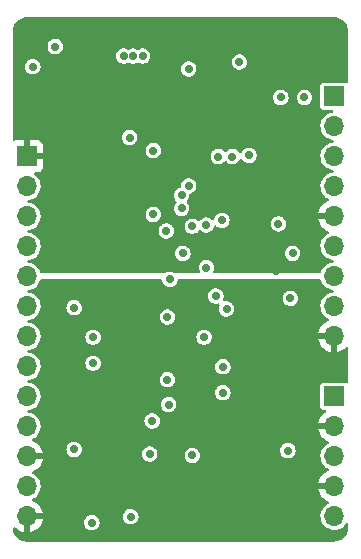
<source format=gbr>
%TF.GenerationSoftware,KiCad,Pcbnew,(6.0.9)*%
%TF.CreationDate,2023-01-29T17:21:33+01:00*%
%TF.ProjectId,witns_processing_board,7769746e-735f-4707-926f-63657373696e,rev?*%
%TF.SameCoordinates,Original*%
%TF.FileFunction,Copper,L2,Inr*%
%TF.FilePolarity,Positive*%
%FSLAX46Y46*%
G04 Gerber Fmt 4.6, Leading zero omitted, Abs format (unit mm)*
G04 Created by KiCad (PCBNEW (6.0.9)) date 2023-01-29 17:21:33*
%MOMM*%
%LPD*%
G01*
G04 APERTURE LIST*
%TA.AperFunction,ComponentPad*%
%ADD10R,1.700000X1.700000*%
%TD*%
%TA.AperFunction,ComponentPad*%
%ADD11O,1.700000X1.700000*%
%TD*%
%TA.AperFunction,ViaPad*%
%ADD12C,0.700000*%
%TD*%
G04 APERTURE END LIST*
D10*
%TO.N,+3V3*%
%TO.C,J103*%
X63000000Y-100000000D03*
D11*
%TO.N,/STM32/ENCODER_SWITCH*%
X63000000Y-102540000D03*
%TO.N,/STM32/ENCODER_A*%
X63000000Y-105080000D03*
%TO.N,/STM32/ENCODER_B*%
X63000000Y-107620000D03*
%TO.N,GND*%
X63000000Y-110160000D03*
%TO.N,/STM32/LED_RED*%
X63000000Y-112700000D03*
%TO.N,/STM32/LED_GREEN*%
X63000000Y-115240000D03*
%TO.N,/STM32/LED_BLUE*%
X63000000Y-117780000D03*
%TO.N,GND*%
X63000000Y-120320000D03*
%TD*%
D10*
%TO.N,+5V*%
%TO.C,J102*%
X63000000Y-125400000D03*
D11*
%TO.N,GND*%
X63000000Y-127940000D03*
%TO.N,+12V*%
X63000000Y-130480000D03*
%TO.N,GND*%
X63000000Y-133020000D03*
%TO.N,-12V*%
X63000000Y-135560000D03*
%TD*%
D10*
%TO.N,GND*%
%TO.C,J101*%
X37000000Y-105080000D03*
D11*
%TO.N,/POT_1*%
X37000000Y-107620000D03*
%TO.N,/POT_2*%
X37000000Y-110160000D03*
%TO.N,/POT_3*%
X37000000Y-112700000D03*
%TO.N,/POT_4*%
X37000000Y-115240000D03*
%TO.N,+3.3VA*%
X37000000Y-117780000D03*
%TO.N,/Analog Front-end/RACK_CV1*%
X37000000Y-120320000D03*
%TO.N,/Analog Front-end/RACK_CV2*%
X37000000Y-122860000D03*
%TO.N,/Analog Front-end/RACK_CV3*%
X37000000Y-125400000D03*
%TO.N,/Analog Front-end/RACK_CV4*%
X37000000Y-127940000D03*
%TO.N,GND*%
X37000000Y-130480000D03*
%TO.N,/Analog Front-end/RACK_OUT*%
X37000000Y-133020000D03*
%TO.N,GND*%
X37000000Y-135560000D03*
%TD*%
D12*
%TO.N,GND*%
X51900000Y-115900000D03*
X42700000Y-95500000D03*
X43500000Y-93700000D03*
X44400000Y-108000000D03*
X47800000Y-131500000D03*
X41000000Y-121100000D03*
X54500000Y-110700000D03*
X44700000Y-101900000D03*
X49600000Y-134900000D03*
X52500000Y-97100000D03*
X54600000Y-106600000D03*
X42600000Y-111500000D03*
X54776589Y-124798152D03*
X58500000Y-93900000D03*
X42300000Y-117200000D03*
X39900000Y-103100000D03*
X59100000Y-128500000D03*
X60100000Y-119500000D03*
X47300000Y-111700000D03*
X49100000Y-117000000D03*
X48100000Y-136500000D03*
X50000000Y-97100000D03*
X55000000Y-116800000D03*
X43600000Y-106500000D03*
X58100000Y-114800000D03*
X47600000Y-126000000D03*
X44000000Y-136100000D03*
X51700000Y-109000000D03*
X52200000Y-106100000D03*
X40400000Y-101500000D03*
X44100000Y-104900000D03*
X52500000Y-118600000D03*
X55400000Y-109200000D03*
X52000000Y-123600000D03*
X48000000Y-121100000D03*
X57400000Y-125100000D03*
X39500000Y-97700000D03*
X48900000Y-129500000D03*
X37492568Y-93696151D03*
X53800000Y-97100000D03*
X56500000Y-116800000D03*
X60500000Y-93900000D03*
X49400000Y-103700000D03*
X46400000Y-122600000D03*
X56600000Y-112300000D03*
%TO.N,+3V3*%
X52200000Y-114500000D03*
X37500000Y-97500000D03*
X39400000Y-95800000D03*
X58300000Y-110800000D03*
X47700000Y-104600000D03*
X45700000Y-103500000D03*
X59500000Y-113300000D03*
X55000000Y-97100000D03*
%TO.N,+3.3VA*%
X52000000Y-120400000D03*
X41000000Y-117900000D03*
X42600000Y-120400000D03*
X53600000Y-122900000D03*
X48900000Y-118700000D03*
X59100000Y-130000000D03*
X53000000Y-116900000D03*
X42500000Y-136100000D03*
X47600000Y-127500000D03*
X49100000Y-115500000D03*
X59300000Y-117100000D03*
%TO.N,+5V*%
X45200000Y-96600000D03*
X46800000Y-96600000D03*
X46000000Y-96600000D03*
%TO.N,/POT_1*%
X50100000Y-108400000D03*
%TO.N,/POT_2*%
X50100000Y-109500000D03*
%TO.N,/POT_3*%
X47700000Y-110000000D03*
%TO.N,/POT_4*%
X48800000Y-111400000D03*
%TO.N,/STM32/nRST*%
X50700000Y-107600000D03*
X50700000Y-97700000D03*
%TO.N,+12V*%
X51000000Y-130400000D03*
%TO.N,-12V*%
X45800000Y-135600000D03*
%TO.N,/STM32/LED1*%
X60500000Y-100100000D03*
X54400000Y-105100000D03*
%TO.N,/STM32/LED2*%
X58500000Y-100100000D03*
X53200000Y-105100000D03*
%TO.N,/Analog Front-end/RACK_CV1*%
X48900000Y-124000000D03*
%TO.N,/Analog Front-end/RACK_CV3*%
X49000000Y-126100000D03*
%TO.N,/Analog Front-end/RACK_OUT*%
X47400000Y-130300000D03*
%TO.N,/STM32/ENCODER_SWITCH*%
X55800000Y-105000000D03*
%TO.N,/Analog Front-end/DAC_OUT*%
X41000000Y-129900000D03*
X50200000Y-113300000D03*
%TO.N,/Analog Front-end/ADC_CV4*%
X51000000Y-111000000D03*
X42600000Y-122600000D03*
%TO.N,/Analog Front-end/ADC_CV1*%
X53500000Y-110500000D03*
X53900000Y-118000000D03*
%TO.N,/Analog Front-end/ADC_CV3*%
X52200000Y-110900000D03*
X53600000Y-125100000D03*
%TD*%
%TA.AperFunction,Conductor*%
%TO.N,GND*%
G36*
X62984563Y-93302414D02*
G01*
X62989145Y-93303222D01*
X63000000Y-93305136D01*
X63010856Y-93303222D01*
X63021878Y-93303222D01*
X63021878Y-93303779D01*
X63034152Y-93303188D01*
X63177759Y-93314490D01*
X63197285Y-93317583D01*
X63361030Y-93356895D01*
X63379824Y-93363001D01*
X63535405Y-93427445D01*
X63553010Y-93436415D01*
X63696597Y-93524405D01*
X63712592Y-93536027D01*
X63840634Y-93645385D01*
X63854615Y-93659366D01*
X63963973Y-93787408D01*
X63975594Y-93803401D01*
X64063585Y-93946990D01*
X64072555Y-93964595D01*
X64100888Y-94032996D01*
X64136997Y-94120171D01*
X64143105Y-94138970D01*
X64182417Y-94302714D01*
X64185510Y-94322242D01*
X64196812Y-94465845D01*
X64196221Y-94478122D01*
X64196778Y-94478122D01*
X64196778Y-94489144D01*
X64194864Y-94500000D01*
X64196778Y-94510855D01*
X64197586Y-94515437D01*
X64199500Y-94537317D01*
X64199500Y-98782448D01*
X64179498Y-98850569D01*
X64125842Y-98897062D01*
X64055568Y-98907166D01*
X64022552Y-98897688D01*
X64021136Y-98897062D01*
X63920327Y-98852494D01*
X63894646Y-98849500D01*
X62105354Y-98849500D01*
X62101650Y-98849941D01*
X62101647Y-98849941D01*
X62096371Y-98850569D01*
X62079154Y-98852618D01*
X61976847Y-98898061D01*
X61897759Y-98977287D01*
X61852494Y-99079673D01*
X61849500Y-99105354D01*
X61849500Y-100894646D01*
X61852618Y-100920846D01*
X61898061Y-101023153D01*
X61977287Y-101102241D01*
X61987924Y-101106944D01*
X61987926Y-101106945D01*
X62024432Y-101123084D01*
X62079673Y-101147506D01*
X62105354Y-101150500D01*
X62814988Y-101150500D01*
X62883109Y-101170502D01*
X62929602Y-101224158D01*
X62939706Y-101294432D01*
X62910212Y-101359012D01*
X62850486Y-101397396D01*
X62836326Y-101400680D01*
X62706650Y-101422962D01*
X62706649Y-101422962D01*
X62700953Y-101423941D01*
X62502575Y-101497127D01*
X62497614Y-101500079D01*
X62497613Y-101500079D01*
X62480089Y-101510505D01*
X62320856Y-101605238D01*
X62161881Y-101744655D01*
X62030976Y-101910708D01*
X62028287Y-101915819D01*
X62028285Y-101915822D01*
X62005773Y-101958611D01*
X61932523Y-102097836D01*
X61869820Y-102299773D01*
X61844967Y-102509754D01*
X61858796Y-102720749D01*
X61860217Y-102726345D01*
X61860218Y-102726350D01*
X61892064Y-102851740D01*
X61910845Y-102925690D01*
X61999369Y-103117714D01*
X62121405Y-103290391D01*
X62272865Y-103437937D01*
X62277661Y-103441142D01*
X62277664Y-103441144D01*
X62392399Y-103517807D01*
X62448677Y-103555411D01*
X62453985Y-103557692D01*
X62453986Y-103557692D01*
X62637650Y-103636600D01*
X62637653Y-103636601D01*
X62642953Y-103638878D01*
X62648582Y-103640152D01*
X62648583Y-103640152D01*
X62843550Y-103684269D01*
X62843553Y-103684269D01*
X62849186Y-103685544D01*
X62854958Y-103685771D01*
X62860687Y-103686525D01*
X62860327Y-103689257D01*
X62916604Y-103708216D01*
X62960950Y-103763659D01*
X62968282Y-103834276D01*
X62936271Y-103897647D01*
X62875081Y-103933651D01*
X62865705Y-103935632D01*
X62825076Y-103942613D01*
X62706650Y-103962962D01*
X62706649Y-103962962D01*
X62700953Y-103963941D01*
X62502575Y-104037127D01*
X62497614Y-104040079D01*
X62497613Y-104040079D01*
X62366248Y-104118233D01*
X62320856Y-104145238D01*
X62161881Y-104284655D01*
X62030976Y-104450708D01*
X62028287Y-104455819D01*
X62028285Y-104455822D01*
X62012200Y-104486395D01*
X61932523Y-104637836D01*
X61869820Y-104839773D01*
X61844967Y-105049754D01*
X61858796Y-105260749D01*
X61860217Y-105266345D01*
X61860218Y-105266350D01*
X61902614Y-105433282D01*
X61910845Y-105465690D01*
X61913262Y-105470933D01*
X61940043Y-105529025D01*
X61999369Y-105657714D01*
X62121405Y-105830391D01*
X62272865Y-105977937D01*
X62277661Y-105981142D01*
X62277664Y-105981144D01*
X62377132Y-106047606D01*
X62448677Y-106095411D01*
X62453985Y-106097692D01*
X62453986Y-106097692D01*
X62637650Y-106176600D01*
X62637653Y-106176601D01*
X62642953Y-106178878D01*
X62648582Y-106180152D01*
X62648583Y-106180152D01*
X62843550Y-106224269D01*
X62843553Y-106224269D01*
X62849186Y-106225544D01*
X62854958Y-106225771D01*
X62860687Y-106226525D01*
X62860327Y-106229257D01*
X62916604Y-106248216D01*
X62960950Y-106303659D01*
X62968282Y-106374276D01*
X62936271Y-106437647D01*
X62875081Y-106473651D01*
X62865704Y-106475632D01*
X62706650Y-106502962D01*
X62706649Y-106502962D01*
X62700953Y-106503941D01*
X62502575Y-106577127D01*
X62497614Y-106580079D01*
X62497613Y-106580079D01*
X62345528Y-106670560D01*
X62320856Y-106685238D01*
X62161881Y-106824655D01*
X62030976Y-106990708D01*
X62028287Y-106995819D01*
X62028285Y-106995822D01*
X61995555Y-107058032D01*
X61932523Y-107177836D01*
X61869820Y-107379773D01*
X61844967Y-107589754D01*
X61858796Y-107800749D01*
X61860217Y-107806345D01*
X61860218Y-107806350D01*
X61909424Y-108000095D01*
X61910845Y-108005690D01*
X61999369Y-108197714D01*
X62121405Y-108370391D01*
X62272865Y-108517937D01*
X62277661Y-108521142D01*
X62277664Y-108521144D01*
X62360738Y-108576652D01*
X62448677Y-108635411D01*
X62453980Y-108637690D01*
X62453985Y-108637692D01*
X62488818Y-108652657D01*
X62506768Y-108660369D01*
X62561460Y-108705636D01*
X62582998Y-108773287D01*
X62564541Y-108841842D01*
X62511951Y-108889537D01*
X62496175Y-108895901D01*
X62476868Y-108902212D01*
X62467359Y-108906209D01*
X62278463Y-109004542D01*
X62269738Y-109010036D01*
X62099433Y-109137905D01*
X62091726Y-109144748D01*
X61944590Y-109298717D01*
X61938104Y-109306727D01*
X61818098Y-109482649D01*
X61813000Y-109491623D01*
X61723338Y-109684783D01*
X61719775Y-109694470D01*
X61664389Y-109894183D01*
X61665912Y-109902607D01*
X61678292Y-109906000D01*
X63128000Y-109906000D01*
X63196121Y-109926002D01*
X63242614Y-109979658D01*
X63254000Y-110032000D01*
X63254000Y-110288000D01*
X63233998Y-110356121D01*
X63180342Y-110402614D01*
X63128000Y-110414000D01*
X61683225Y-110414000D01*
X61669694Y-110417973D01*
X61668257Y-110427966D01*
X61698565Y-110562446D01*
X61701645Y-110572275D01*
X61781770Y-110769603D01*
X61786413Y-110778794D01*
X61897694Y-110960388D01*
X61903777Y-110968699D01*
X62043213Y-111129667D01*
X62050580Y-111136883D01*
X62214434Y-111272916D01*
X62222881Y-111278831D01*
X62406756Y-111386279D01*
X62416046Y-111390730D01*
X62500328Y-111422914D01*
X62556832Y-111465901D01*
X62581125Y-111532612D01*
X62565495Y-111601867D01*
X62509628Y-111654348D01*
X62507990Y-111655129D01*
X62502575Y-111657127D01*
X62497613Y-111660079D01*
X62497611Y-111660080D01*
X62325821Y-111762284D01*
X62320856Y-111765238D01*
X62161881Y-111904655D01*
X62030976Y-112070708D01*
X62028287Y-112075819D01*
X62028285Y-112075822D01*
X62014792Y-112101469D01*
X61932523Y-112257836D01*
X61869820Y-112459773D01*
X61844967Y-112669754D01*
X61858796Y-112880749D01*
X61860217Y-112886345D01*
X61860218Y-112886350D01*
X61909424Y-113080095D01*
X61910845Y-113085690D01*
X61999369Y-113277714D01*
X62121405Y-113450391D01*
X62272865Y-113597937D01*
X62277661Y-113601142D01*
X62277664Y-113601144D01*
X62420936Y-113696875D01*
X62448677Y-113715411D01*
X62453985Y-113717692D01*
X62453986Y-113717692D01*
X62637650Y-113796600D01*
X62637653Y-113796601D01*
X62642953Y-113798878D01*
X62648582Y-113800152D01*
X62648583Y-113800152D01*
X62843550Y-113844269D01*
X62843553Y-113844269D01*
X62849186Y-113845544D01*
X62854958Y-113845771D01*
X62860687Y-113846525D01*
X62860327Y-113849257D01*
X62916604Y-113868216D01*
X62960950Y-113923659D01*
X62968282Y-113994276D01*
X62936271Y-114057647D01*
X62875081Y-114093651D01*
X62865704Y-114095632D01*
X62706650Y-114122962D01*
X62706649Y-114122962D01*
X62700953Y-114123941D01*
X62502575Y-114197127D01*
X62497614Y-114200079D01*
X62497613Y-114200079D01*
X62480089Y-114210505D01*
X62320856Y-114305238D01*
X62161881Y-114444655D01*
X62030976Y-114610708D01*
X62028287Y-114615819D01*
X62028285Y-114615822D01*
X62007108Y-114656073D01*
X61932523Y-114797836D01*
X61903347Y-114891799D01*
X61897272Y-114911364D01*
X61857969Y-114970489D01*
X61792940Y-114998980D01*
X61776939Y-115000000D01*
X52884908Y-115000000D01*
X52816787Y-114979998D01*
X52770294Y-114926342D01*
X52760190Y-114856068D01*
X52773235Y-114817059D01*
X52774224Y-114815683D01*
X52832950Y-114669598D01*
X52846252Y-114576132D01*
X52854553Y-114517807D01*
X52854553Y-114517804D01*
X52855134Y-114513723D01*
X52855278Y-114500000D01*
X52836363Y-114343694D01*
X52787199Y-114213584D01*
X52783394Y-114203514D01*
X52783393Y-114203511D01*
X52780710Y-114196412D01*
X52691531Y-114066657D01*
X52610293Y-113994276D01*
X52579648Y-113966972D01*
X52579645Y-113966970D01*
X52573976Y-113961919D01*
X52554429Y-113951569D01*
X52474525Y-113909262D01*
X52434831Y-113888245D01*
X52418122Y-113884048D01*
X52289498Y-113851740D01*
X52289496Y-113851740D01*
X52282128Y-113849889D01*
X52274530Y-113849849D01*
X52274528Y-113849849D01*
X52207319Y-113849497D01*
X52124684Y-113849065D01*
X52117305Y-113850837D01*
X52117301Y-113850837D01*
X51978967Y-113884048D01*
X51978963Y-113884049D01*
X51971588Y-113885820D01*
X51831679Y-113958032D01*
X51825957Y-113963024D01*
X51825955Y-113963025D01*
X51718759Y-114056538D01*
X51718756Y-114056541D01*
X51713034Y-114061533D01*
X51622501Y-114190348D01*
X51565309Y-114337039D01*
X51564318Y-114344568D01*
X51547608Y-114471491D01*
X51544758Y-114493138D01*
X51562035Y-114649633D01*
X51616143Y-114797490D01*
X51620383Y-114803800D01*
X51623828Y-114810561D01*
X51622678Y-114811147D01*
X51641725Y-114871422D01*
X51623120Y-114939938D01*
X51570427Y-114987519D01*
X51515751Y-115000000D01*
X49564705Y-115000000D01*
X49496584Y-114979998D01*
X49480891Y-114968080D01*
X49473976Y-114961919D01*
X49334831Y-114888245D01*
X49318122Y-114884048D01*
X49189498Y-114851740D01*
X49189496Y-114851740D01*
X49182128Y-114849889D01*
X49174530Y-114849849D01*
X49174528Y-114849849D01*
X49107319Y-114849497D01*
X49024684Y-114849065D01*
X49017305Y-114850837D01*
X49017301Y-114850837D01*
X48878967Y-114884048D01*
X48878963Y-114884049D01*
X48871588Y-114885820D01*
X48731679Y-114958032D01*
X48719164Y-114968949D01*
X48654685Y-114998657D01*
X48636336Y-115000000D01*
X38223157Y-115000000D01*
X38155036Y-114979998D01*
X38108543Y-114926342D01*
X38101893Y-114908217D01*
X38078686Y-114825931D01*
X38073633Y-114815683D01*
X37987719Y-114641469D01*
X37985165Y-114636290D01*
X37880325Y-114495892D01*
X37862104Y-114471491D01*
X37862103Y-114471490D01*
X37858651Y-114466867D01*
X37703381Y-114323337D01*
X37524554Y-114210505D01*
X37328160Y-114132152D01*
X37322503Y-114131027D01*
X37322497Y-114131025D01*
X37125234Y-114091788D01*
X37062324Y-114058881D01*
X37027192Y-113997186D01*
X37030992Y-113926291D01*
X37072517Y-113868705D01*
X37131734Y-113843513D01*
X37264015Y-113824333D01*
X37264019Y-113824332D01*
X37269730Y-113823504D01*
X37348987Y-113796600D01*
X37464483Y-113757395D01*
X37464488Y-113757393D01*
X37469955Y-113755537D01*
X37502382Y-113737377D01*
X37649395Y-113655046D01*
X37649399Y-113655043D01*
X37654442Y-113652219D01*
X37817012Y-113517012D01*
X37952219Y-113354442D01*
X37955043Y-113349399D01*
X37955046Y-113349395D01*
X37986551Y-113293138D01*
X49544758Y-113293138D01*
X49562035Y-113449633D01*
X49616143Y-113597490D01*
X49620380Y-113603796D01*
X49620382Y-113603799D01*
X49654819Y-113655046D01*
X49703958Y-113728172D01*
X49726270Y-113748474D01*
X49779160Y-113796600D01*
X49820410Y-113834135D01*
X49849425Y-113849889D01*
X49952099Y-113905637D01*
X49952101Y-113905638D01*
X49958776Y-113909262D01*
X49966125Y-113911190D01*
X50103719Y-113947287D01*
X50103721Y-113947287D01*
X50111069Y-113949215D01*
X50194380Y-113950524D01*
X50260898Y-113951569D01*
X50260901Y-113951569D01*
X50268495Y-113951688D01*
X50421968Y-113916538D01*
X50562625Y-113845795D01*
X50620225Y-113796600D01*
X50676574Y-113748474D01*
X50676576Y-113748471D01*
X50682348Y-113743542D01*
X50774224Y-113615683D01*
X50832950Y-113469598D01*
X50855134Y-113313723D01*
X50855278Y-113300000D01*
X50854448Y-113293138D01*
X58844758Y-113293138D01*
X58862035Y-113449633D01*
X58916143Y-113597490D01*
X58920380Y-113603796D01*
X58920382Y-113603799D01*
X58954819Y-113655046D01*
X59003958Y-113728172D01*
X59026270Y-113748474D01*
X59079160Y-113796600D01*
X59120410Y-113834135D01*
X59149425Y-113849889D01*
X59252099Y-113905637D01*
X59252101Y-113905638D01*
X59258776Y-113909262D01*
X59266125Y-113911190D01*
X59403719Y-113947287D01*
X59403721Y-113947287D01*
X59411069Y-113949215D01*
X59494380Y-113950524D01*
X59560898Y-113951569D01*
X59560901Y-113951569D01*
X59568495Y-113951688D01*
X59721968Y-113916538D01*
X59862625Y-113845795D01*
X59920225Y-113796600D01*
X59976574Y-113748474D01*
X59976576Y-113748471D01*
X59982348Y-113743542D01*
X60074224Y-113615683D01*
X60132950Y-113469598D01*
X60155134Y-113313723D01*
X60155278Y-113300000D01*
X60153405Y-113284518D01*
X60139541Y-113169955D01*
X60136363Y-113143694D01*
X60080710Y-112996412D01*
X59991531Y-112866657D01*
X59944971Y-112825174D01*
X59879648Y-112766972D01*
X59879645Y-112766970D01*
X59873976Y-112761919D01*
X59734831Y-112688245D01*
X59718122Y-112684048D01*
X59589498Y-112651740D01*
X59589496Y-112651740D01*
X59582128Y-112649889D01*
X59574530Y-112649849D01*
X59574528Y-112649849D01*
X59507319Y-112649497D01*
X59424684Y-112649065D01*
X59417305Y-112650837D01*
X59417301Y-112650837D01*
X59278967Y-112684048D01*
X59278963Y-112684049D01*
X59271588Y-112685820D01*
X59131679Y-112758032D01*
X59125957Y-112763024D01*
X59125955Y-112763025D01*
X59018759Y-112856538D01*
X59018756Y-112856541D01*
X59013034Y-112861533D01*
X59008667Y-112867747D01*
X58936992Y-112969730D01*
X58922501Y-112990348D01*
X58865309Y-113137039D01*
X58860312Y-113174998D01*
X58845893Y-113284518D01*
X58844758Y-113293138D01*
X50854448Y-113293138D01*
X50853405Y-113284518D01*
X50839541Y-113169955D01*
X50836363Y-113143694D01*
X50780710Y-112996412D01*
X50691531Y-112866657D01*
X50644971Y-112825174D01*
X50579648Y-112766972D01*
X50579645Y-112766970D01*
X50573976Y-112761919D01*
X50434831Y-112688245D01*
X50418122Y-112684048D01*
X50289498Y-112651740D01*
X50289496Y-112651740D01*
X50282128Y-112649889D01*
X50274530Y-112649849D01*
X50274528Y-112649849D01*
X50207319Y-112649497D01*
X50124684Y-112649065D01*
X50117305Y-112650837D01*
X50117301Y-112650837D01*
X49978967Y-112684048D01*
X49978963Y-112684049D01*
X49971588Y-112685820D01*
X49831679Y-112758032D01*
X49825957Y-112763024D01*
X49825955Y-112763025D01*
X49718759Y-112856538D01*
X49718756Y-112856541D01*
X49713034Y-112861533D01*
X49708667Y-112867747D01*
X49636992Y-112969730D01*
X49622501Y-112990348D01*
X49565309Y-113137039D01*
X49560312Y-113174998D01*
X49545893Y-113284518D01*
X49544758Y-113293138D01*
X37986551Y-113293138D01*
X38052713Y-113174998D01*
X38052714Y-113174996D01*
X38055537Y-113169955D01*
X38057393Y-113164488D01*
X38057395Y-113164483D01*
X38116570Y-112990157D01*
X38123504Y-112969730D01*
X38139917Y-112856538D01*
X38153314Y-112764140D01*
X38153314Y-112764138D01*
X38153846Y-112760470D01*
X38155429Y-112700000D01*
X38136081Y-112489440D01*
X38078686Y-112285931D01*
X38067553Y-112263354D01*
X37987719Y-112101469D01*
X37985165Y-112096290D01*
X37869100Y-111940860D01*
X37862104Y-111931491D01*
X37862103Y-111931490D01*
X37858651Y-111926867D01*
X37751883Y-111828172D01*
X37707622Y-111787257D01*
X37707620Y-111787255D01*
X37703381Y-111783337D01*
X37605929Y-111721849D01*
X37529434Y-111673584D01*
X37529433Y-111673584D01*
X37524554Y-111670505D01*
X37328160Y-111592152D01*
X37322503Y-111591027D01*
X37322497Y-111591025D01*
X37125234Y-111551788D01*
X37062324Y-111518881D01*
X37027192Y-111457186D01*
X37030625Y-111393138D01*
X48144758Y-111393138D01*
X48162035Y-111549633D01*
X48216143Y-111697490D01*
X48220380Y-111703796D01*
X48220382Y-111703799D01*
X48259683Y-111762284D01*
X48303958Y-111828172D01*
X48326270Y-111848474D01*
X48412423Y-111926867D01*
X48420410Y-111934135D01*
X48427085Y-111937759D01*
X48552099Y-112005637D01*
X48552101Y-112005638D01*
X48558776Y-112009262D01*
X48566125Y-112011190D01*
X48703719Y-112047287D01*
X48703721Y-112047287D01*
X48711069Y-112049215D01*
X48794380Y-112050524D01*
X48860898Y-112051569D01*
X48860901Y-112051569D01*
X48868495Y-112051688D01*
X49021968Y-112016538D01*
X49162625Y-111945795D01*
X49215249Y-111900850D01*
X49276574Y-111848474D01*
X49276576Y-111848471D01*
X49282348Y-111843542D01*
X49374224Y-111715683D01*
X49432950Y-111569598D01*
X49447708Y-111465901D01*
X49454553Y-111417807D01*
X49454553Y-111417804D01*
X49455134Y-111413723D01*
X49455278Y-111400000D01*
X49436363Y-111243694D01*
X49428115Y-111221866D01*
X49383394Y-111103514D01*
X49383393Y-111103511D01*
X49380710Y-111096412D01*
X49309731Y-110993138D01*
X50344758Y-110993138D01*
X50362035Y-111149633D01*
X50416143Y-111297490D01*
X50420380Y-111303796D01*
X50420382Y-111303799D01*
X50447089Y-111343542D01*
X50503958Y-111428172D01*
X50620410Y-111534135D01*
X50662089Y-111556765D01*
X50752099Y-111605637D01*
X50752101Y-111605638D01*
X50758776Y-111609262D01*
X50766125Y-111611190D01*
X50903719Y-111647287D01*
X50903721Y-111647287D01*
X50911069Y-111649215D01*
X50994380Y-111650524D01*
X51060898Y-111651569D01*
X51060901Y-111651569D01*
X51068495Y-111651688D01*
X51221968Y-111616538D01*
X51362625Y-111545795D01*
X51466373Y-111457186D01*
X51476574Y-111448474D01*
X51476576Y-111448471D01*
X51482348Y-111443542D01*
X51489721Y-111433282D01*
X51537565Y-111366701D01*
X51593559Y-111323053D01*
X51664263Y-111316607D01*
X51724687Y-111347034D01*
X51814789Y-111429021D01*
X51814793Y-111429024D01*
X51820410Y-111434135D01*
X51878915Y-111465901D01*
X51952099Y-111505637D01*
X51952101Y-111505638D01*
X51958776Y-111509262D01*
X51966125Y-111511190D01*
X52103719Y-111547287D01*
X52103721Y-111547287D01*
X52111069Y-111549215D01*
X52194380Y-111550524D01*
X52260898Y-111551569D01*
X52260901Y-111551569D01*
X52268495Y-111551688D01*
X52421968Y-111516538D01*
X52562625Y-111445795D01*
X52621054Y-111395892D01*
X52676574Y-111348474D01*
X52676576Y-111348471D01*
X52682348Y-111343542D01*
X52774224Y-111215683D01*
X52832950Y-111069598D01*
X52836846Y-111042222D01*
X52866246Y-110977599D01*
X52925917Y-110939130D01*
X52996914Y-110939028D01*
X53046389Y-110966782D01*
X53114789Y-111029021D01*
X53114793Y-111029024D01*
X53120410Y-111034135D01*
X53141885Y-111045795D01*
X53252099Y-111105637D01*
X53252101Y-111105638D01*
X53258776Y-111109262D01*
X53266125Y-111111190D01*
X53403719Y-111147287D01*
X53403721Y-111147287D01*
X53411069Y-111149215D01*
X53494380Y-111150524D01*
X53560898Y-111151569D01*
X53560901Y-111151569D01*
X53568495Y-111151688D01*
X53721968Y-111116538D01*
X53862625Y-111045795D01*
X53915439Y-111000688D01*
X53976574Y-110948474D01*
X53976576Y-110948471D01*
X53982348Y-110943542D01*
X54074224Y-110815683D01*
X54083287Y-110793138D01*
X57644758Y-110793138D01*
X57662035Y-110949633D01*
X57664645Y-110956765D01*
X57713460Y-111090157D01*
X57716143Y-111097490D01*
X57720380Y-111103796D01*
X57720382Y-111103799D01*
X57737765Y-111129667D01*
X57803958Y-111228172D01*
X57821977Y-111244568D01*
X57913079Y-111327464D01*
X57920410Y-111334135D01*
X57941885Y-111345795D01*
X58052099Y-111405637D01*
X58052101Y-111405638D01*
X58058776Y-111409262D01*
X58066125Y-111411190D01*
X58203719Y-111447287D01*
X58203721Y-111447287D01*
X58211069Y-111449215D01*
X58294380Y-111450524D01*
X58360898Y-111451569D01*
X58360901Y-111451569D01*
X58368495Y-111451688D01*
X58521968Y-111416538D01*
X58662625Y-111345795D01*
X58734588Y-111284333D01*
X58776574Y-111248474D01*
X58776576Y-111248471D01*
X58782348Y-111243542D01*
X58874224Y-111115683D01*
X58878263Y-111105637D01*
X58928486Y-110980703D01*
X58932950Y-110969598D01*
X58947556Y-110866972D01*
X58954553Y-110817807D01*
X58954553Y-110817804D01*
X58955134Y-110813723D01*
X58955278Y-110800000D01*
X58953856Y-110788245D01*
X58946590Y-110728205D01*
X58936363Y-110643694D01*
X58899331Y-110545690D01*
X58883394Y-110503514D01*
X58883393Y-110503511D01*
X58880710Y-110496412D01*
X58791531Y-110366657D01*
X58713900Y-110297490D01*
X58679648Y-110266972D01*
X58679645Y-110266970D01*
X58673976Y-110261919D01*
X58651256Y-110249889D01*
X58552178Y-110197430D01*
X58534831Y-110188245D01*
X58525177Y-110185820D01*
X58389498Y-110151740D01*
X58389496Y-110151740D01*
X58382128Y-110149889D01*
X58374530Y-110149849D01*
X58374528Y-110149849D01*
X58307319Y-110149497D01*
X58224684Y-110149065D01*
X58217305Y-110150837D01*
X58217301Y-110150837D01*
X58078967Y-110184048D01*
X58078963Y-110184049D01*
X58071588Y-110185820D01*
X57997344Y-110224140D01*
X57943870Y-110251740D01*
X57931679Y-110258032D01*
X57925957Y-110263024D01*
X57925955Y-110263025D01*
X57818759Y-110356538D01*
X57818756Y-110356541D01*
X57813034Y-110361533D01*
X57793518Y-110389301D01*
X57742753Y-110461533D01*
X57722501Y-110490348D01*
X57665309Y-110637039D01*
X57660094Y-110676652D01*
X57645955Y-110784048D01*
X57644758Y-110793138D01*
X54083287Y-110793138D01*
X54132950Y-110669598D01*
X54147445Y-110567747D01*
X54154553Y-110517807D01*
X54154553Y-110517804D01*
X54155134Y-110513723D01*
X54155278Y-110500000D01*
X54136363Y-110343694D01*
X54131175Y-110329963D01*
X54083394Y-110203514D01*
X54083393Y-110203511D01*
X54080710Y-110196412D01*
X53991531Y-110066657D01*
X53921357Y-110004134D01*
X53879648Y-109966972D01*
X53879645Y-109966970D01*
X53873976Y-109961919D01*
X53861281Y-109955197D01*
X53806141Y-109926002D01*
X53734831Y-109888245D01*
X53718122Y-109884048D01*
X53589498Y-109851740D01*
X53589496Y-109851740D01*
X53582128Y-109849889D01*
X53574530Y-109849849D01*
X53574528Y-109849849D01*
X53507319Y-109849497D01*
X53424684Y-109849065D01*
X53417305Y-109850837D01*
X53417301Y-109850837D01*
X53278967Y-109884048D01*
X53278963Y-109884049D01*
X53271588Y-109885820D01*
X53264843Y-109889301D01*
X53264844Y-109889301D01*
X53171698Y-109937377D01*
X53131679Y-109958032D01*
X53125957Y-109963024D01*
X53125955Y-109963025D01*
X53018759Y-110056538D01*
X53018756Y-110056541D01*
X53013034Y-110061533D01*
X53008667Y-110067747D01*
X52926929Y-110184048D01*
X52922501Y-110190348D01*
X52865309Y-110337039D01*
X52863440Y-110351234D01*
X52862854Y-110355687D01*
X52834132Y-110420615D01*
X52774868Y-110459707D01*
X52703876Y-110460552D01*
X52654113Y-110433319D01*
X52573976Y-110361919D01*
X52551256Y-110349889D01*
X52486652Y-110315683D01*
X52434831Y-110288245D01*
X52350139Y-110266972D01*
X52289498Y-110251740D01*
X52289496Y-110251740D01*
X52282128Y-110249889D01*
X52274530Y-110249849D01*
X52274528Y-110249849D01*
X52207319Y-110249497D01*
X52124684Y-110249065D01*
X52117305Y-110250837D01*
X52117301Y-110250837D01*
X51978967Y-110284048D01*
X51978963Y-110284049D01*
X51971588Y-110285820D01*
X51960004Y-110291799D01*
X51843870Y-110351740D01*
X51831679Y-110358032D01*
X51825957Y-110363024D01*
X51825955Y-110363025D01*
X51718759Y-110456538D01*
X51718756Y-110456541D01*
X51713034Y-110461533D01*
X51679253Y-110509598D01*
X51663625Y-110531835D01*
X51608090Y-110576066D01*
X51537458Y-110583252D01*
X51476719Y-110553460D01*
X51379648Y-110466972D01*
X51379645Y-110466970D01*
X51373976Y-110461919D01*
X51234831Y-110388245D01*
X51218122Y-110384048D01*
X51089498Y-110351740D01*
X51089496Y-110351740D01*
X51082128Y-110349889D01*
X51074530Y-110349849D01*
X51074528Y-110349849D01*
X51007319Y-110349497D01*
X50924684Y-110349065D01*
X50917305Y-110350837D01*
X50917301Y-110350837D01*
X50778967Y-110384048D01*
X50778963Y-110384049D01*
X50771588Y-110385820D01*
X50764843Y-110389301D01*
X50764844Y-110389301D01*
X50671698Y-110437377D01*
X50631679Y-110458032D01*
X50625957Y-110463024D01*
X50625955Y-110463025D01*
X50518759Y-110556538D01*
X50518756Y-110556541D01*
X50513034Y-110561533D01*
X50488521Y-110596412D01*
X50432127Y-110676652D01*
X50422501Y-110690348D01*
X50365309Y-110837039D01*
X50361888Y-110863025D01*
X50346804Y-110977599D01*
X50344758Y-110993138D01*
X49309731Y-110993138D01*
X49291531Y-110966657D01*
X49244971Y-110925174D01*
X49179648Y-110866972D01*
X49179645Y-110866970D01*
X49173976Y-110861919D01*
X49034831Y-110788245D01*
X48997205Y-110778794D01*
X48889498Y-110751740D01*
X48889496Y-110751740D01*
X48882128Y-110749889D01*
X48874530Y-110749849D01*
X48874528Y-110749849D01*
X48807319Y-110749497D01*
X48724684Y-110749065D01*
X48717305Y-110750837D01*
X48717301Y-110750837D01*
X48578967Y-110784048D01*
X48578963Y-110784049D01*
X48571588Y-110785820D01*
X48564843Y-110789301D01*
X48564844Y-110789301D01*
X48441578Y-110852923D01*
X48431679Y-110858032D01*
X48425957Y-110863024D01*
X48425955Y-110863025D01*
X48318759Y-110956538D01*
X48318756Y-110956541D01*
X48313034Y-110961533D01*
X48290822Y-110993138D01*
X48232127Y-111076652D01*
X48222501Y-111090348D01*
X48165309Y-111237039D01*
X48164318Y-111244568D01*
X48146006Y-111383659D01*
X48144758Y-111393138D01*
X37030625Y-111393138D01*
X37030992Y-111386291D01*
X37072517Y-111328705D01*
X37131734Y-111303513D01*
X37264015Y-111284333D01*
X37264019Y-111284332D01*
X37269730Y-111283504D01*
X37364795Y-111251234D01*
X37464483Y-111217395D01*
X37464488Y-111217393D01*
X37469955Y-111215537D01*
X37482278Y-111208636D01*
X37649395Y-111115046D01*
X37649399Y-111115043D01*
X37654442Y-111112219D01*
X37817012Y-110977012D01*
X37952219Y-110814442D01*
X37955043Y-110809399D01*
X37955046Y-110809395D01*
X38052713Y-110634998D01*
X38052714Y-110634996D01*
X38055537Y-110629955D01*
X38057393Y-110624488D01*
X38057395Y-110624483D01*
X38121647Y-110435200D01*
X38123504Y-110429730D01*
X38124645Y-110421866D01*
X38153314Y-110224140D01*
X38153314Y-110224138D01*
X38153846Y-110220470D01*
X38155429Y-110160000D01*
X38140096Y-109993138D01*
X47044758Y-109993138D01*
X47062035Y-110149633D01*
X47116143Y-110297490D01*
X47120380Y-110303796D01*
X47120382Y-110303799D01*
X47155822Y-110356538D01*
X47203958Y-110428172D01*
X47320410Y-110534135D01*
X47327085Y-110537759D01*
X47452099Y-110605637D01*
X47452101Y-110605638D01*
X47458776Y-110609262D01*
X47466125Y-110611190D01*
X47603719Y-110647287D01*
X47603721Y-110647287D01*
X47611069Y-110649215D01*
X47694380Y-110650524D01*
X47760898Y-110651569D01*
X47760901Y-110651569D01*
X47768495Y-110651688D01*
X47921968Y-110616538D01*
X48062625Y-110545795D01*
X48121054Y-110495892D01*
X48176574Y-110448474D01*
X48176576Y-110448471D01*
X48182348Y-110443542D01*
X48274224Y-110315683D01*
X48332950Y-110169598D01*
X48347445Y-110067747D01*
X48354553Y-110017807D01*
X48354553Y-110017804D01*
X48355134Y-110013723D01*
X48355278Y-110000000D01*
X48336363Y-109843694D01*
X48331175Y-109829963D01*
X48283394Y-109703514D01*
X48283393Y-109703511D01*
X48280710Y-109696412D01*
X48191531Y-109566657D01*
X48121357Y-109504134D01*
X48109016Y-109493138D01*
X49444758Y-109493138D01*
X49462035Y-109649633D01*
X49516143Y-109797490D01*
X49520380Y-109803796D01*
X49520382Y-109803799D01*
X49537964Y-109829963D01*
X49603958Y-109928172D01*
X49720410Y-110034135D01*
X49727085Y-110037759D01*
X49852099Y-110105637D01*
X49852101Y-110105638D01*
X49858776Y-110109262D01*
X49866125Y-110111190D01*
X50003719Y-110147287D01*
X50003721Y-110147287D01*
X50011069Y-110149215D01*
X50094380Y-110150524D01*
X50160898Y-110151569D01*
X50160901Y-110151569D01*
X50168495Y-110151688D01*
X50321968Y-110116538D01*
X50462625Y-110045795D01*
X50521054Y-109995892D01*
X50576574Y-109948474D01*
X50576576Y-109948471D01*
X50582348Y-109943542D01*
X50674224Y-109815683D01*
X50732950Y-109669598D01*
X50744870Y-109585841D01*
X50754553Y-109517807D01*
X50754553Y-109517804D01*
X50755134Y-109513723D01*
X50755278Y-109500000D01*
X50736363Y-109343694D01*
X50719368Y-109298717D01*
X50683394Y-109203514D01*
X50683393Y-109203511D01*
X50680710Y-109196412D01*
X50591531Y-109066657D01*
X50567020Y-109044818D01*
X50529466Y-108984569D01*
X50530447Y-108913580D01*
X50569009Y-108854935D01*
X50582348Y-108843542D01*
X50674224Y-108715683D01*
X50732950Y-108569598D01*
X50755134Y-108413723D01*
X50755278Y-108400000D01*
X50751800Y-108371262D01*
X50763472Y-108301233D01*
X50811153Y-108248630D01*
X50848756Y-108233306D01*
X50885382Y-108224917D01*
X50914564Y-108218234D01*
X50914566Y-108218233D01*
X50921968Y-108216538D01*
X51062625Y-108145795D01*
X51127545Y-108090348D01*
X51176574Y-108048474D01*
X51176576Y-108048471D01*
X51182348Y-108043542D01*
X51274224Y-107915683D01*
X51286955Y-107884015D01*
X51320427Y-107800749D01*
X51332950Y-107769598D01*
X51346162Y-107676763D01*
X51354553Y-107617807D01*
X51354553Y-107617804D01*
X51355134Y-107613723D01*
X51355278Y-107600000D01*
X51336363Y-107443694D01*
X51314377Y-107385510D01*
X51283394Y-107303514D01*
X51283393Y-107303511D01*
X51280710Y-107296412D01*
X51191531Y-107166657D01*
X51144971Y-107125174D01*
X51079648Y-107066972D01*
X51079645Y-107066970D01*
X51073976Y-107061919D01*
X50934831Y-106988245D01*
X50806983Y-106956132D01*
X50789498Y-106951740D01*
X50789496Y-106951740D01*
X50782128Y-106949889D01*
X50774530Y-106949849D01*
X50774528Y-106949849D01*
X50707319Y-106949497D01*
X50624684Y-106949065D01*
X50617305Y-106950837D01*
X50617301Y-106950837D01*
X50478967Y-106984048D01*
X50478963Y-106984049D01*
X50471588Y-106985820D01*
X50331679Y-107058032D01*
X50325957Y-107063024D01*
X50325955Y-107063025D01*
X50218759Y-107156538D01*
X50218756Y-107156541D01*
X50213034Y-107161533D01*
X50122501Y-107290348D01*
X50065309Y-107437039D01*
X50064318Y-107444568D01*
X50045959Y-107584019D01*
X50044758Y-107593138D01*
X50047724Y-107620000D01*
X50048820Y-107629930D01*
X50036414Y-107699834D01*
X49988185Y-107751935D01*
X49952995Y-107766276D01*
X49878967Y-107784048D01*
X49878963Y-107784049D01*
X49871588Y-107785820D01*
X49731679Y-107858032D01*
X49725957Y-107863024D01*
X49725955Y-107863025D01*
X49618759Y-107956538D01*
X49618756Y-107956541D01*
X49613034Y-107961533D01*
X49608667Y-107967747D01*
X49551931Y-108048474D01*
X49522501Y-108090348D01*
X49465309Y-108237039D01*
X49463052Y-108254180D01*
X49447223Y-108374418D01*
X49444758Y-108393138D01*
X49462035Y-108549633D01*
X49516143Y-108697490D01*
X49520380Y-108703796D01*
X49520382Y-108703799D01*
X49545815Y-108741647D01*
X49603958Y-108828172D01*
X49609573Y-108833281D01*
X49609578Y-108833287D01*
X49634736Y-108856179D01*
X49671658Y-108916819D01*
X49669935Y-108987795D01*
X49632765Y-109044321D01*
X49613034Y-109061533D01*
X49608667Y-109067747D01*
X49538742Y-109167240D01*
X49522501Y-109190348D01*
X49465309Y-109337039D01*
X49463440Y-109351234D01*
X49446139Y-109482649D01*
X49444758Y-109493138D01*
X48109016Y-109493138D01*
X48079648Y-109466972D01*
X48079645Y-109466970D01*
X48073976Y-109461919D01*
X47934831Y-109388245D01*
X47913755Y-109382951D01*
X47789498Y-109351740D01*
X47789496Y-109351740D01*
X47782128Y-109349889D01*
X47774530Y-109349849D01*
X47774528Y-109349849D01*
X47707319Y-109349497D01*
X47624684Y-109349065D01*
X47617305Y-109350837D01*
X47617301Y-109350837D01*
X47478967Y-109384048D01*
X47478963Y-109384049D01*
X47471588Y-109385820D01*
X47331679Y-109458032D01*
X47325957Y-109463024D01*
X47325955Y-109463025D01*
X47218759Y-109556538D01*
X47218756Y-109556541D01*
X47213034Y-109561533D01*
X47208667Y-109567747D01*
X47132127Y-109676652D01*
X47122501Y-109690348D01*
X47065309Y-109837039D01*
X47063440Y-109851234D01*
X47046533Y-109979658D01*
X47044758Y-109993138D01*
X38140096Y-109993138D01*
X38136081Y-109949440D01*
X38128305Y-109921866D01*
X38107784Y-109849105D01*
X38078686Y-109745931D01*
X38057769Y-109703514D01*
X37987719Y-109561469D01*
X37985165Y-109556290D01*
X37911792Y-109458032D01*
X37862104Y-109391491D01*
X37862103Y-109391490D01*
X37858651Y-109386867D01*
X37720716Y-109259361D01*
X37707622Y-109247257D01*
X37707620Y-109247255D01*
X37703381Y-109243337D01*
X37698498Y-109240256D01*
X37529434Y-109133584D01*
X37529433Y-109133584D01*
X37524554Y-109130505D01*
X37328160Y-109052152D01*
X37322503Y-109051027D01*
X37322497Y-109051025D01*
X37125234Y-109011788D01*
X37062324Y-108978881D01*
X37027192Y-108917186D01*
X37030992Y-108846291D01*
X37072517Y-108788705D01*
X37131734Y-108763513D01*
X37264015Y-108744333D01*
X37264019Y-108744332D01*
X37269730Y-108743504D01*
X37348987Y-108716600D01*
X37464483Y-108677395D01*
X37464488Y-108677393D01*
X37469955Y-108675537D01*
X37474998Y-108672713D01*
X37649395Y-108575046D01*
X37649399Y-108575043D01*
X37654442Y-108572219D01*
X37817012Y-108437012D01*
X37952219Y-108274442D01*
X37955043Y-108269399D01*
X37955046Y-108269395D01*
X38052713Y-108094998D01*
X38052714Y-108094996D01*
X38055537Y-108089955D01*
X38057393Y-108084488D01*
X38057395Y-108084483D01*
X38121647Y-107895200D01*
X38123504Y-107889730D01*
X38141405Y-107766276D01*
X38153314Y-107684140D01*
X38153314Y-107684138D01*
X38153846Y-107680470D01*
X38155429Y-107620000D01*
X38136081Y-107409440D01*
X38078686Y-107205931D01*
X38067553Y-107183354D01*
X37987719Y-107021469D01*
X37985165Y-107016290D01*
X37858651Y-106846867D01*
X37703381Y-106703337D01*
X37698497Y-106700256D01*
X37698490Y-106700250D01*
X37651435Y-106670560D01*
X37604497Y-106617293D01*
X37593809Y-106547106D01*
X37622763Y-106482282D01*
X37682168Y-106443403D01*
X37718671Y-106437999D01*
X37894669Y-106437999D01*
X37901490Y-106437629D01*
X37952352Y-106432105D01*
X37967604Y-106428479D01*
X38088054Y-106383324D01*
X38103649Y-106374786D01*
X38205724Y-106298285D01*
X38218285Y-106285724D01*
X38294786Y-106183649D01*
X38303324Y-106168054D01*
X38348478Y-106047606D01*
X38352105Y-106032351D01*
X38357631Y-105981486D01*
X38358000Y-105974672D01*
X38358000Y-105352115D01*
X38353525Y-105336876D01*
X38352135Y-105335671D01*
X38344452Y-105334000D01*
X36872000Y-105334000D01*
X36803879Y-105313998D01*
X36757386Y-105260342D01*
X36746000Y-105208000D01*
X36746000Y-104807885D01*
X37254000Y-104807885D01*
X37258475Y-104823124D01*
X37259865Y-104824329D01*
X37267548Y-104826000D01*
X38339884Y-104826000D01*
X38355123Y-104821525D01*
X38356328Y-104820135D01*
X38357999Y-104812452D01*
X38357999Y-104593138D01*
X47044758Y-104593138D01*
X47062035Y-104749633D01*
X47116143Y-104897490D01*
X47120380Y-104903796D01*
X47120382Y-104903799D01*
X47137964Y-104929963D01*
X47203958Y-105028172D01*
X47320410Y-105134135D01*
X47327085Y-105137759D01*
X47452099Y-105205637D01*
X47452101Y-105205638D01*
X47458776Y-105209262D01*
X47466125Y-105211190D01*
X47603719Y-105247287D01*
X47603721Y-105247287D01*
X47611069Y-105249215D01*
X47694380Y-105250524D01*
X47760898Y-105251569D01*
X47760901Y-105251569D01*
X47768495Y-105251688D01*
X47921968Y-105216538D01*
X48062625Y-105145795D01*
X48116244Y-105100000D01*
X48124278Y-105093138D01*
X52544758Y-105093138D01*
X52562035Y-105249633D01*
X52616143Y-105397490D01*
X52620380Y-105403796D01*
X52620382Y-105403799D01*
X52640194Y-105433282D01*
X52703958Y-105528172D01*
X52820410Y-105634135D01*
X52854177Y-105652469D01*
X52952099Y-105705637D01*
X52952101Y-105705638D01*
X52958776Y-105709262D01*
X52966125Y-105711190D01*
X53103719Y-105747287D01*
X53103721Y-105747287D01*
X53111069Y-105749215D01*
X53194380Y-105750524D01*
X53260898Y-105751569D01*
X53260901Y-105751569D01*
X53268495Y-105751688D01*
X53421968Y-105716538D01*
X53562625Y-105645795D01*
X53609644Y-105605637D01*
X53676574Y-105548474D01*
X53676576Y-105548471D01*
X53682348Y-105543542D01*
X53686778Y-105537377D01*
X53686781Y-105537374D01*
X53696413Y-105523969D01*
X53752407Y-105480321D01*
X53823110Y-105473874D01*
X53886075Y-105506676D01*
X53894321Y-105516500D01*
X53894761Y-105516120D01*
X53899721Y-105521866D01*
X53903958Y-105528172D01*
X54020410Y-105634135D01*
X54054177Y-105652469D01*
X54152099Y-105705637D01*
X54152101Y-105705638D01*
X54158776Y-105709262D01*
X54166125Y-105711190D01*
X54303719Y-105747287D01*
X54303721Y-105747287D01*
X54311069Y-105749215D01*
X54394380Y-105750524D01*
X54460898Y-105751569D01*
X54460901Y-105751569D01*
X54468495Y-105751688D01*
X54621968Y-105716538D01*
X54762625Y-105645795D01*
X54809644Y-105605637D01*
X54876574Y-105548474D01*
X54876576Y-105548471D01*
X54882348Y-105543542D01*
X54974224Y-105415683D01*
X54979002Y-105403799D01*
X55005745Y-105337273D01*
X55049711Y-105281528D01*
X55116836Y-105258403D01*
X55185808Y-105275240D01*
X55227230Y-105313989D01*
X55303958Y-105428172D01*
X55326270Y-105448474D01*
X55406927Y-105521866D01*
X55420410Y-105534135D01*
X55441885Y-105545795D01*
X55552099Y-105605637D01*
X55552101Y-105605638D01*
X55558776Y-105609262D01*
X55566125Y-105611190D01*
X55703719Y-105647287D01*
X55703721Y-105647287D01*
X55711069Y-105649215D01*
X55794380Y-105650524D01*
X55860898Y-105651569D01*
X55860901Y-105651569D01*
X55868495Y-105651688D01*
X56021968Y-105616538D01*
X56162625Y-105545795D01*
X56208428Y-105506676D01*
X56276574Y-105448474D01*
X56276576Y-105448471D01*
X56282348Y-105443542D01*
X56374224Y-105315683D01*
X56432950Y-105169598D01*
X56445702Y-105080000D01*
X56454553Y-105017807D01*
X56454553Y-105017804D01*
X56455134Y-105013723D01*
X56455278Y-105000000D01*
X56436363Y-104843694D01*
X56405031Y-104760775D01*
X56383394Y-104703514D01*
X56383393Y-104703511D01*
X56380710Y-104696412D01*
X56291531Y-104566657D01*
X56215158Y-104498611D01*
X56179648Y-104466972D01*
X56179645Y-104466970D01*
X56173976Y-104461919D01*
X56151256Y-104449889D01*
X56041543Y-104391799D01*
X56041544Y-104391799D01*
X56034831Y-104388245D01*
X56017919Y-104383997D01*
X55889498Y-104351740D01*
X55889496Y-104351740D01*
X55882128Y-104349889D01*
X55874530Y-104349849D01*
X55874528Y-104349849D01*
X55807319Y-104349497D01*
X55724684Y-104349065D01*
X55717305Y-104350837D01*
X55717301Y-104350837D01*
X55578967Y-104384048D01*
X55578963Y-104384049D01*
X55571588Y-104385820D01*
X55564843Y-104389301D01*
X55564844Y-104389301D01*
X55443870Y-104451740D01*
X55431679Y-104458032D01*
X55425957Y-104463024D01*
X55425955Y-104463025D01*
X55318759Y-104556538D01*
X55318756Y-104556541D01*
X55313034Y-104561533D01*
X55290822Y-104593138D01*
X55233227Y-104675087D01*
X55222501Y-104690348D01*
X55202330Y-104742084D01*
X55195043Y-104760775D01*
X55151662Y-104816976D01*
X55084783Y-104840803D01*
X55015639Y-104824689D01*
X54973810Y-104786372D01*
X54895836Y-104672920D01*
X54895834Y-104672917D01*
X54891531Y-104666657D01*
X54821357Y-104604134D01*
X54779648Y-104566972D01*
X54779645Y-104566970D01*
X54773976Y-104561919D01*
X54634831Y-104488245D01*
X54550139Y-104466972D01*
X54489498Y-104451740D01*
X54489496Y-104451740D01*
X54482128Y-104449889D01*
X54474530Y-104449849D01*
X54474528Y-104449849D01*
X54407319Y-104449497D01*
X54324684Y-104449065D01*
X54317305Y-104450837D01*
X54317301Y-104450837D01*
X54178967Y-104484048D01*
X54178963Y-104484049D01*
X54171588Y-104485820D01*
X54031679Y-104558032D01*
X54025957Y-104563024D01*
X54025955Y-104563025D01*
X53918759Y-104656538D01*
X53918756Y-104656541D01*
X53913034Y-104661533D01*
X53908669Y-104667743D01*
X53908666Y-104667747D01*
X53903508Y-104675087D01*
X53847973Y-104719319D01*
X53777341Y-104726504D01*
X53714037Y-104694362D01*
X53696585Y-104674008D01*
X53695841Y-104672925D01*
X53695832Y-104672914D01*
X53691531Y-104666657D01*
X53621357Y-104604134D01*
X53579648Y-104566972D01*
X53579645Y-104566970D01*
X53573976Y-104561919D01*
X53434831Y-104488245D01*
X53350139Y-104466972D01*
X53289498Y-104451740D01*
X53289496Y-104451740D01*
X53282128Y-104449889D01*
X53274530Y-104449849D01*
X53274528Y-104449849D01*
X53207319Y-104449497D01*
X53124684Y-104449065D01*
X53117305Y-104450837D01*
X53117301Y-104450837D01*
X52978967Y-104484048D01*
X52978963Y-104484049D01*
X52971588Y-104485820D01*
X52831679Y-104558032D01*
X52825957Y-104563024D01*
X52825955Y-104563025D01*
X52718759Y-104656538D01*
X52718756Y-104656541D01*
X52713034Y-104661533D01*
X52683529Y-104703514D01*
X52632127Y-104776652D01*
X52622501Y-104790348D01*
X52565309Y-104937039D01*
X52564318Y-104944568D01*
X52546488Y-105080000D01*
X52544758Y-105093138D01*
X48124278Y-105093138D01*
X48176574Y-105048474D01*
X48176576Y-105048471D01*
X48182348Y-105043542D01*
X48274224Y-104915683D01*
X48332950Y-104769598D01*
X48346554Y-104674008D01*
X48354553Y-104617807D01*
X48354553Y-104617804D01*
X48355134Y-104613723D01*
X48355278Y-104600000D01*
X48336363Y-104443694D01*
X48313825Y-104384048D01*
X48283394Y-104303514D01*
X48283393Y-104303511D01*
X48280710Y-104296412D01*
X48191531Y-104166657D01*
X48130630Y-104112396D01*
X48079648Y-104066972D01*
X48079645Y-104066970D01*
X48073976Y-104061919D01*
X47934831Y-103988245D01*
X47887479Y-103976351D01*
X47789498Y-103951740D01*
X47789496Y-103951740D01*
X47782128Y-103949889D01*
X47774530Y-103949849D01*
X47774528Y-103949849D01*
X47707319Y-103949497D01*
X47624684Y-103949065D01*
X47617305Y-103950837D01*
X47617301Y-103950837D01*
X47478967Y-103984048D01*
X47478963Y-103984049D01*
X47471588Y-103985820D01*
X47464843Y-103989301D01*
X47464844Y-103989301D01*
X47350407Y-104048366D01*
X47331679Y-104058032D01*
X47325957Y-104063024D01*
X47325955Y-104063025D01*
X47218759Y-104156538D01*
X47218756Y-104156541D01*
X47213034Y-104161533D01*
X47122501Y-104290348D01*
X47065309Y-104437039D01*
X47059756Y-104479221D01*
X47048101Y-104567747D01*
X47044758Y-104593138D01*
X38357999Y-104593138D01*
X38357999Y-104185331D01*
X38357629Y-104178510D01*
X38352105Y-104127648D01*
X38348479Y-104112396D01*
X38303324Y-103991946D01*
X38294786Y-103976351D01*
X38218285Y-103874276D01*
X38205724Y-103861715D01*
X38103649Y-103785214D01*
X38088054Y-103776676D01*
X37967606Y-103731522D01*
X37952351Y-103727895D01*
X37901486Y-103722369D01*
X37894672Y-103722000D01*
X37272115Y-103722000D01*
X37256876Y-103726475D01*
X37255671Y-103727865D01*
X37254000Y-103735548D01*
X37254000Y-104807885D01*
X36746000Y-104807885D01*
X36746000Y-103740116D01*
X36741525Y-103724877D01*
X36740135Y-103723672D01*
X36732452Y-103722001D01*
X36105331Y-103722001D01*
X36098510Y-103722371D01*
X36047648Y-103727895D01*
X36032397Y-103731521D01*
X35970730Y-103754639D01*
X35899923Y-103759822D01*
X35837554Y-103725902D01*
X35803425Y-103663646D01*
X35800500Y-103636657D01*
X35800500Y-103493138D01*
X45044758Y-103493138D01*
X45062035Y-103649633D01*
X45116143Y-103797490D01*
X45120380Y-103803796D01*
X45120382Y-103803799D01*
X45159301Y-103861715D01*
X45203958Y-103928172D01*
X45320410Y-104034135D01*
X45380369Y-104066690D01*
X45452099Y-104105637D01*
X45452101Y-104105638D01*
X45458776Y-104109262D01*
X45466125Y-104111190D01*
X45603719Y-104147287D01*
X45603721Y-104147287D01*
X45611069Y-104149215D01*
X45694380Y-104150524D01*
X45760898Y-104151569D01*
X45760901Y-104151569D01*
X45768495Y-104151688D01*
X45921968Y-104116538D01*
X46062625Y-104045795D01*
X46125674Y-103991946D01*
X46176574Y-103948474D01*
X46176576Y-103948471D01*
X46182348Y-103943542D01*
X46274224Y-103815683D01*
X46332950Y-103669598D01*
X46343892Y-103592713D01*
X46354553Y-103517807D01*
X46354553Y-103517804D01*
X46355134Y-103513723D01*
X46355278Y-103500000D01*
X46354337Y-103492219D01*
X46348156Y-103441144D01*
X46336363Y-103343694D01*
X46314440Y-103285676D01*
X46283394Y-103203514D01*
X46283393Y-103203511D01*
X46280710Y-103196412D01*
X46191531Y-103066657D01*
X46127890Y-103009955D01*
X46079648Y-102966972D01*
X46079645Y-102966970D01*
X46073976Y-102961919D01*
X45934831Y-102888245D01*
X45918122Y-102884048D01*
X45789498Y-102851740D01*
X45789496Y-102851740D01*
X45782128Y-102849889D01*
X45774530Y-102849849D01*
X45774528Y-102849849D01*
X45707319Y-102849497D01*
X45624684Y-102849065D01*
X45617305Y-102850837D01*
X45617301Y-102850837D01*
X45478967Y-102884048D01*
X45478963Y-102884049D01*
X45471588Y-102885820D01*
X45331679Y-102958032D01*
X45325957Y-102963024D01*
X45325955Y-102963025D01*
X45218759Y-103056538D01*
X45218756Y-103056541D01*
X45213034Y-103061533D01*
X45208667Y-103067747D01*
X45160913Y-103135694D01*
X45122501Y-103190348D01*
X45065309Y-103337039D01*
X45062194Y-103360703D01*
X45052556Y-103433910D01*
X45044758Y-103493138D01*
X35800500Y-103493138D01*
X35800500Y-100093138D01*
X57844758Y-100093138D01*
X57862035Y-100249633D01*
X57916143Y-100397490D01*
X57920380Y-100403796D01*
X57920382Y-100403799D01*
X57960709Y-100463811D01*
X58003958Y-100528172D01*
X58120410Y-100634135D01*
X58127085Y-100637759D01*
X58252099Y-100705637D01*
X58252101Y-100705638D01*
X58258776Y-100709262D01*
X58266125Y-100711190D01*
X58403719Y-100747287D01*
X58403721Y-100747287D01*
X58411069Y-100749215D01*
X58494380Y-100750524D01*
X58560898Y-100751569D01*
X58560901Y-100751569D01*
X58568495Y-100751688D01*
X58721968Y-100716538D01*
X58862625Y-100645795D01*
X58888869Y-100623381D01*
X58976574Y-100548474D01*
X58976576Y-100548471D01*
X58982348Y-100543542D01*
X59074224Y-100415683D01*
X59132950Y-100269598D01*
X59155134Y-100113723D01*
X59155278Y-100100000D01*
X59154448Y-100093138D01*
X59844758Y-100093138D01*
X59862035Y-100249633D01*
X59916143Y-100397490D01*
X59920380Y-100403796D01*
X59920382Y-100403799D01*
X59960709Y-100463811D01*
X60003958Y-100528172D01*
X60120410Y-100634135D01*
X60127085Y-100637759D01*
X60252099Y-100705637D01*
X60252101Y-100705638D01*
X60258776Y-100709262D01*
X60266125Y-100711190D01*
X60403719Y-100747287D01*
X60403721Y-100747287D01*
X60411069Y-100749215D01*
X60494380Y-100750524D01*
X60560898Y-100751569D01*
X60560901Y-100751569D01*
X60568495Y-100751688D01*
X60721968Y-100716538D01*
X60862625Y-100645795D01*
X60888869Y-100623381D01*
X60976574Y-100548474D01*
X60976576Y-100548471D01*
X60982348Y-100543542D01*
X61074224Y-100415683D01*
X61132950Y-100269598D01*
X61155134Y-100113723D01*
X61155278Y-100100000D01*
X61136363Y-99943694D01*
X61080710Y-99796412D01*
X60991531Y-99666657D01*
X60944971Y-99625174D01*
X60879648Y-99566972D01*
X60879645Y-99566970D01*
X60873976Y-99561919D01*
X60734831Y-99488245D01*
X60718122Y-99484048D01*
X60589498Y-99451740D01*
X60589496Y-99451740D01*
X60582128Y-99449889D01*
X60574530Y-99449849D01*
X60574528Y-99449849D01*
X60507319Y-99449497D01*
X60424684Y-99449065D01*
X60417305Y-99450837D01*
X60417301Y-99450837D01*
X60278967Y-99484048D01*
X60278963Y-99484049D01*
X60271588Y-99485820D01*
X60131679Y-99558032D01*
X60125957Y-99563024D01*
X60125955Y-99563025D01*
X60018759Y-99656538D01*
X60018756Y-99656541D01*
X60013034Y-99661533D01*
X59922501Y-99790348D01*
X59865309Y-99937039D01*
X59844758Y-100093138D01*
X59154448Y-100093138D01*
X59136363Y-99943694D01*
X59080710Y-99796412D01*
X58991531Y-99666657D01*
X58944971Y-99625174D01*
X58879648Y-99566972D01*
X58879645Y-99566970D01*
X58873976Y-99561919D01*
X58734831Y-99488245D01*
X58718122Y-99484048D01*
X58589498Y-99451740D01*
X58589496Y-99451740D01*
X58582128Y-99449889D01*
X58574530Y-99449849D01*
X58574528Y-99449849D01*
X58507319Y-99449497D01*
X58424684Y-99449065D01*
X58417305Y-99450837D01*
X58417301Y-99450837D01*
X58278967Y-99484048D01*
X58278963Y-99484049D01*
X58271588Y-99485820D01*
X58131679Y-99558032D01*
X58125957Y-99563024D01*
X58125955Y-99563025D01*
X58018759Y-99656538D01*
X58018756Y-99656541D01*
X58013034Y-99661533D01*
X57922501Y-99790348D01*
X57865309Y-99937039D01*
X57844758Y-100093138D01*
X35800500Y-100093138D01*
X35800500Y-97493138D01*
X36844758Y-97493138D01*
X36862035Y-97649633D01*
X36916143Y-97797490D01*
X36920380Y-97803796D01*
X36920382Y-97803799D01*
X36946109Y-97842084D01*
X37003958Y-97928172D01*
X37120410Y-98034135D01*
X37127085Y-98037759D01*
X37252099Y-98105637D01*
X37252101Y-98105638D01*
X37258776Y-98109262D01*
X37266125Y-98111190D01*
X37403719Y-98147287D01*
X37403721Y-98147287D01*
X37411069Y-98149215D01*
X37494380Y-98150524D01*
X37560898Y-98151569D01*
X37560901Y-98151569D01*
X37568495Y-98151688D01*
X37721968Y-98116538D01*
X37862625Y-98045795D01*
X37927538Y-97990354D01*
X37976574Y-97948474D01*
X37976576Y-97948471D01*
X37982348Y-97943542D01*
X38074224Y-97815683D01*
X38123487Y-97693138D01*
X50044758Y-97693138D01*
X50062035Y-97849633D01*
X50116143Y-97997490D01*
X50120380Y-98003796D01*
X50120382Y-98003799D01*
X50148603Y-98045795D01*
X50203958Y-98128172D01*
X50320410Y-98234135D01*
X50327085Y-98237759D01*
X50452099Y-98305637D01*
X50452101Y-98305638D01*
X50458776Y-98309262D01*
X50466125Y-98311190D01*
X50603719Y-98347287D01*
X50603721Y-98347287D01*
X50611069Y-98349215D01*
X50694380Y-98350524D01*
X50760898Y-98351569D01*
X50760901Y-98351569D01*
X50768495Y-98351688D01*
X50921968Y-98316538D01*
X51062625Y-98245795D01*
X51088869Y-98223381D01*
X51176574Y-98148474D01*
X51176576Y-98148471D01*
X51182348Y-98143542D01*
X51274224Y-98015683D01*
X51332950Y-97869598D01*
X51355134Y-97713723D01*
X51355278Y-97700000D01*
X51336363Y-97543694D01*
X51321415Y-97504134D01*
X51283394Y-97403514D01*
X51283393Y-97403511D01*
X51280710Y-97396412D01*
X51191531Y-97266657D01*
X51131448Y-97213125D01*
X51079648Y-97166972D01*
X51079645Y-97166970D01*
X51073976Y-97161919D01*
X50944072Y-97093138D01*
X54344758Y-97093138D01*
X54362035Y-97249633D01*
X54364645Y-97256765D01*
X54413460Y-97390157D01*
X54416143Y-97397490D01*
X54420380Y-97403796D01*
X54420382Y-97403799D01*
X54460709Y-97463811D01*
X54503958Y-97528172D01*
X54620410Y-97634135D01*
X54641885Y-97645795D01*
X54752099Y-97705637D01*
X54752101Y-97705638D01*
X54758776Y-97709262D01*
X54766125Y-97711190D01*
X54903719Y-97747287D01*
X54903721Y-97747287D01*
X54911069Y-97749215D01*
X54994380Y-97750524D01*
X55060898Y-97751569D01*
X55060901Y-97751569D01*
X55068495Y-97751688D01*
X55221968Y-97716538D01*
X55362625Y-97645795D01*
X55473342Y-97551234D01*
X55476574Y-97548474D01*
X55476576Y-97548471D01*
X55482348Y-97543542D01*
X55574224Y-97415683D01*
X55632950Y-97269598D01*
X55647556Y-97166972D01*
X55654553Y-97117807D01*
X55654553Y-97117804D01*
X55655134Y-97113723D01*
X55655278Y-97100000D01*
X55653856Y-97088245D01*
X55638098Y-96958032D01*
X55636363Y-96943694D01*
X55631175Y-96929963D01*
X55583394Y-96803514D01*
X55583393Y-96803511D01*
X55580710Y-96796412D01*
X55491531Y-96666657D01*
X55421357Y-96604134D01*
X55379648Y-96566972D01*
X55379645Y-96566970D01*
X55373976Y-96561919D01*
X55234831Y-96488245D01*
X55218122Y-96484048D01*
X55089498Y-96451740D01*
X55089496Y-96451740D01*
X55082128Y-96449889D01*
X55074530Y-96449849D01*
X55074528Y-96449849D01*
X55007319Y-96449497D01*
X54924684Y-96449065D01*
X54917305Y-96450837D01*
X54917301Y-96450837D01*
X54778967Y-96484048D01*
X54778963Y-96484049D01*
X54771588Y-96485820D01*
X54631679Y-96558032D01*
X54625957Y-96563024D01*
X54625955Y-96563025D01*
X54518759Y-96656538D01*
X54518756Y-96656541D01*
X54513034Y-96661533D01*
X54508667Y-96667747D01*
X54432127Y-96776652D01*
X54422501Y-96790348D01*
X54365309Y-96937039D01*
X54361888Y-96963025D01*
X54345955Y-97084048D01*
X54344758Y-97093138D01*
X50944072Y-97093138D01*
X50934831Y-97088245D01*
X50918122Y-97084048D01*
X50789498Y-97051740D01*
X50789496Y-97051740D01*
X50782128Y-97049889D01*
X50774530Y-97049849D01*
X50774528Y-97049849D01*
X50707319Y-97049497D01*
X50624684Y-97049065D01*
X50617305Y-97050837D01*
X50617301Y-97050837D01*
X50478967Y-97084048D01*
X50478963Y-97084049D01*
X50471588Y-97085820D01*
X50331679Y-97158032D01*
X50325957Y-97163024D01*
X50325955Y-97163025D01*
X50218759Y-97256538D01*
X50218756Y-97256541D01*
X50213034Y-97261533D01*
X50122501Y-97390348D01*
X50065309Y-97537039D01*
X50064318Y-97544568D01*
X50049547Y-97656765D01*
X50044758Y-97693138D01*
X38123487Y-97693138D01*
X38132950Y-97669598D01*
X38139953Y-97620393D01*
X38154553Y-97517807D01*
X38154553Y-97517804D01*
X38155134Y-97513723D01*
X38155278Y-97500000D01*
X38136363Y-97343694D01*
X38105317Y-97261533D01*
X38083394Y-97203514D01*
X38083393Y-97203511D01*
X38080710Y-97196412D01*
X37991531Y-97066657D01*
X37941259Y-97021866D01*
X37879648Y-96966972D01*
X37879645Y-96966970D01*
X37873976Y-96961919D01*
X37734831Y-96888245D01*
X37718122Y-96884048D01*
X37589498Y-96851740D01*
X37589496Y-96851740D01*
X37582128Y-96849889D01*
X37574530Y-96849849D01*
X37574528Y-96849849D01*
X37507319Y-96849497D01*
X37424684Y-96849065D01*
X37417305Y-96850837D01*
X37417301Y-96850837D01*
X37278967Y-96884048D01*
X37278963Y-96884049D01*
X37271588Y-96885820D01*
X37260004Y-96891799D01*
X37159459Y-96943694D01*
X37131679Y-96958032D01*
X37125957Y-96963024D01*
X37125955Y-96963025D01*
X37018759Y-97056538D01*
X37018756Y-97056541D01*
X37013034Y-97061533D01*
X36922501Y-97190348D01*
X36865309Y-97337039D01*
X36844758Y-97493138D01*
X35800500Y-97493138D01*
X35800500Y-96593138D01*
X44544758Y-96593138D01*
X44562035Y-96749633D01*
X44616143Y-96897490D01*
X44620380Y-96903796D01*
X44620382Y-96903799D01*
X44637964Y-96929963D01*
X44703958Y-97028172D01*
X44820410Y-97134135D01*
X44880369Y-97166690D01*
X44952099Y-97205637D01*
X44952101Y-97205638D01*
X44958776Y-97209262D01*
X44966125Y-97211190D01*
X45103719Y-97247287D01*
X45103721Y-97247287D01*
X45111069Y-97249215D01*
X45194380Y-97250524D01*
X45260898Y-97251569D01*
X45260901Y-97251569D01*
X45268495Y-97251688D01*
X45421968Y-97216538D01*
X45530566Y-97161919D01*
X45544924Y-97154698D01*
X45614769Y-97141960D01*
X45661660Y-97156532D01*
X45752099Y-97205637D01*
X45752101Y-97205638D01*
X45758776Y-97209262D01*
X45766125Y-97211190D01*
X45903719Y-97247287D01*
X45903721Y-97247287D01*
X45911069Y-97249215D01*
X45994380Y-97250524D01*
X46060898Y-97251569D01*
X46060901Y-97251569D01*
X46068495Y-97251688D01*
X46221968Y-97216538D01*
X46330566Y-97161919D01*
X46344924Y-97154698D01*
X46414769Y-97141960D01*
X46461660Y-97156532D01*
X46552099Y-97205637D01*
X46552101Y-97205638D01*
X46558776Y-97209262D01*
X46566125Y-97211190D01*
X46703719Y-97247287D01*
X46703721Y-97247287D01*
X46711069Y-97249215D01*
X46794380Y-97250524D01*
X46860898Y-97251569D01*
X46860901Y-97251569D01*
X46868495Y-97251688D01*
X47021968Y-97216538D01*
X47162625Y-97145795D01*
X47221054Y-97095892D01*
X47276574Y-97048474D01*
X47276576Y-97048471D01*
X47282348Y-97043542D01*
X47374224Y-96915683D01*
X47432950Y-96769598D01*
X47447445Y-96667747D01*
X47454553Y-96617807D01*
X47454553Y-96617804D01*
X47455134Y-96613723D01*
X47455278Y-96600000D01*
X47436363Y-96443694D01*
X47399370Y-96345795D01*
X47383394Y-96303514D01*
X47383393Y-96303511D01*
X47380710Y-96296412D01*
X47291531Y-96166657D01*
X47205891Y-96090354D01*
X47179648Y-96066972D01*
X47179645Y-96066970D01*
X47173976Y-96061919D01*
X47034831Y-95988245D01*
X46960594Y-95969598D01*
X46889498Y-95951740D01*
X46889496Y-95951740D01*
X46882128Y-95949889D01*
X46874530Y-95949849D01*
X46874528Y-95949849D01*
X46807319Y-95949497D01*
X46724684Y-95949065D01*
X46717305Y-95950837D01*
X46717301Y-95950837D01*
X46578967Y-95984048D01*
X46578963Y-95984049D01*
X46571588Y-95985820D01*
X46457274Y-96044821D01*
X46387569Y-96058290D01*
X46340530Y-96044210D01*
X46234831Y-95988245D01*
X46160594Y-95969598D01*
X46089498Y-95951740D01*
X46089496Y-95951740D01*
X46082128Y-95949889D01*
X46074530Y-95949849D01*
X46074528Y-95949849D01*
X46007319Y-95949497D01*
X45924684Y-95949065D01*
X45917305Y-95950837D01*
X45917301Y-95950837D01*
X45778967Y-95984048D01*
X45778963Y-95984049D01*
X45771588Y-95985820D01*
X45657274Y-96044821D01*
X45587569Y-96058290D01*
X45540530Y-96044210D01*
X45434831Y-95988245D01*
X45360594Y-95969598D01*
X45289498Y-95951740D01*
X45289496Y-95951740D01*
X45282128Y-95949889D01*
X45274530Y-95949849D01*
X45274528Y-95949849D01*
X45207319Y-95949497D01*
X45124684Y-95949065D01*
X45117305Y-95950837D01*
X45117301Y-95950837D01*
X44978967Y-95984048D01*
X44978963Y-95984049D01*
X44971588Y-95985820D01*
X44831679Y-96058032D01*
X44825957Y-96063024D01*
X44825955Y-96063025D01*
X44718759Y-96156538D01*
X44718756Y-96156541D01*
X44713034Y-96161533D01*
X44708667Y-96167747D01*
X44651931Y-96248474D01*
X44622501Y-96290348D01*
X44565309Y-96437039D01*
X44563374Y-96451740D01*
X44548203Y-96566972D01*
X44544758Y-96593138D01*
X35800500Y-96593138D01*
X35800500Y-95793138D01*
X38744758Y-95793138D01*
X38762035Y-95949633D01*
X38816143Y-96097490D01*
X38820380Y-96103796D01*
X38820382Y-96103799D01*
X38855822Y-96156538D01*
X38903958Y-96228172D01*
X39020410Y-96334135D01*
X39027085Y-96337759D01*
X39152099Y-96405637D01*
X39152101Y-96405638D01*
X39158776Y-96409262D01*
X39166125Y-96411190D01*
X39303719Y-96447287D01*
X39303721Y-96447287D01*
X39311069Y-96449215D01*
X39394380Y-96450524D01*
X39460898Y-96451569D01*
X39460901Y-96451569D01*
X39468495Y-96451688D01*
X39621968Y-96416538D01*
X39762625Y-96345795D01*
X39827769Y-96290157D01*
X39876574Y-96248474D01*
X39876576Y-96248471D01*
X39882348Y-96243542D01*
X39974224Y-96115683D01*
X40032950Y-95969598D01*
X40055134Y-95813723D01*
X40055278Y-95800000D01*
X40036363Y-95643694D01*
X39980710Y-95496412D01*
X39891531Y-95366657D01*
X39844971Y-95325174D01*
X39779648Y-95266972D01*
X39779645Y-95266970D01*
X39773976Y-95261919D01*
X39634831Y-95188245D01*
X39618122Y-95184048D01*
X39489498Y-95151740D01*
X39489496Y-95151740D01*
X39482128Y-95149889D01*
X39474530Y-95149849D01*
X39474528Y-95149849D01*
X39407319Y-95149497D01*
X39324684Y-95149065D01*
X39317305Y-95150837D01*
X39317301Y-95150837D01*
X39178967Y-95184048D01*
X39178963Y-95184049D01*
X39171588Y-95185820D01*
X39031679Y-95258032D01*
X39025957Y-95263024D01*
X39025955Y-95263025D01*
X38918759Y-95356538D01*
X38918756Y-95356541D01*
X38913034Y-95361533D01*
X38822501Y-95490348D01*
X38765309Y-95637039D01*
X38744758Y-95793138D01*
X35800500Y-95793138D01*
X35800500Y-94537317D01*
X35802414Y-94515437D01*
X35803222Y-94510855D01*
X35805136Y-94500000D01*
X35803222Y-94489144D01*
X35803222Y-94478122D01*
X35803779Y-94478122D01*
X35803188Y-94465845D01*
X35814490Y-94322242D01*
X35817583Y-94302714D01*
X35856895Y-94138970D01*
X35863003Y-94120171D01*
X35899112Y-94032996D01*
X35927445Y-93964595D01*
X35936415Y-93946990D01*
X36024406Y-93803401D01*
X36036027Y-93787408D01*
X36145385Y-93659366D01*
X36159366Y-93645385D01*
X36287408Y-93536027D01*
X36303403Y-93524405D01*
X36446990Y-93436415D01*
X36464595Y-93427445D01*
X36620176Y-93363001D01*
X36638970Y-93356895D01*
X36802715Y-93317583D01*
X36822241Y-93314490D01*
X36965848Y-93303188D01*
X36978122Y-93303779D01*
X36978122Y-93303222D01*
X36989144Y-93303222D01*
X37000000Y-93305136D01*
X37015437Y-93302414D01*
X37037317Y-93300500D01*
X62962683Y-93300500D01*
X62984563Y-93302414D01*
G37*
%TD.AperFunction*%
%TD*%
%TA.AperFunction,Conductor*%
%TO.N,GND*%
G36*
X48400782Y-115520002D02*
G01*
X48447275Y-115573658D01*
X48457899Y-115612173D01*
X48462035Y-115649633D01*
X48516143Y-115797490D01*
X48520380Y-115803796D01*
X48520382Y-115803799D01*
X48532902Y-115822430D01*
X48603958Y-115928172D01*
X48626270Y-115948474D01*
X48676762Y-115994418D01*
X48720410Y-116034135D01*
X48727085Y-116037759D01*
X48852099Y-116105637D01*
X48852101Y-116105638D01*
X48858776Y-116109262D01*
X48866125Y-116111190D01*
X49003719Y-116147287D01*
X49003721Y-116147287D01*
X49011069Y-116149215D01*
X49094380Y-116150524D01*
X49160898Y-116151569D01*
X49160901Y-116151569D01*
X49168495Y-116151688D01*
X49321968Y-116116538D01*
X49462625Y-116045795D01*
X49527495Y-115990391D01*
X49576574Y-115948474D01*
X49576576Y-115948471D01*
X49582348Y-115943542D01*
X49674224Y-115815683D01*
X49732950Y-115669598D01*
X49741681Y-115608247D01*
X49771081Y-115543624D01*
X49830752Y-115505155D01*
X49866424Y-115500000D01*
X61780923Y-115500000D01*
X61849044Y-115520002D01*
X61895537Y-115573658D01*
X61903045Y-115594982D01*
X61909422Y-115620089D01*
X61909424Y-115620094D01*
X61910845Y-115625690D01*
X61999369Y-115817714D01*
X62121405Y-115990391D01*
X62272865Y-116137937D01*
X62277661Y-116141142D01*
X62277664Y-116141144D01*
X62420936Y-116236875D01*
X62448677Y-116255411D01*
X62453985Y-116257692D01*
X62453986Y-116257692D01*
X62637650Y-116336600D01*
X62637653Y-116336601D01*
X62642953Y-116338878D01*
X62648582Y-116340152D01*
X62648583Y-116340152D01*
X62843550Y-116384269D01*
X62843553Y-116384269D01*
X62849186Y-116385544D01*
X62854958Y-116385771D01*
X62860687Y-116386525D01*
X62860327Y-116389257D01*
X62916604Y-116408216D01*
X62960950Y-116463659D01*
X62968282Y-116534276D01*
X62936271Y-116597647D01*
X62875081Y-116633651D01*
X62865704Y-116635632D01*
X62706650Y-116662962D01*
X62706649Y-116662962D01*
X62700953Y-116663941D01*
X62502575Y-116737127D01*
X62497614Y-116740079D01*
X62497613Y-116740079D01*
X62480089Y-116750505D01*
X62320856Y-116845238D01*
X62161881Y-116984655D01*
X62030976Y-117150708D01*
X62028287Y-117155819D01*
X62028285Y-117155822D01*
X62014792Y-117181469D01*
X61932523Y-117337836D01*
X61901496Y-117437759D01*
X61871836Y-117533282D01*
X61869820Y-117539773D01*
X61844967Y-117749754D01*
X61858796Y-117960749D01*
X61860217Y-117966345D01*
X61860218Y-117966350D01*
X61908578Y-118156765D01*
X61910845Y-118165690D01*
X61913262Y-118170933D01*
X61982835Y-118321849D01*
X61999369Y-118357714D01*
X62121405Y-118530391D01*
X62132152Y-118540860D01*
X62245798Y-118651569D01*
X62272865Y-118677937D01*
X62277661Y-118681142D01*
X62277664Y-118681144D01*
X62420936Y-118776875D01*
X62448677Y-118795411D01*
X62453980Y-118797690D01*
X62453985Y-118797692D01*
X62488818Y-118812657D01*
X62506768Y-118820369D01*
X62561460Y-118865636D01*
X62582998Y-118933287D01*
X62564541Y-119001842D01*
X62511951Y-119049537D01*
X62496175Y-119055901D01*
X62476868Y-119062212D01*
X62467359Y-119066209D01*
X62278463Y-119164542D01*
X62269738Y-119170036D01*
X62099433Y-119297905D01*
X62091726Y-119304748D01*
X61944590Y-119458717D01*
X61938104Y-119466727D01*
X61818098Y-119642649D01*
X61813000Y-119651623D01*
X61723338Y-119844783D01*
X61719775Y-119854470D01*
X61664389Y-120054183D01*
X61665912Y-120062607D01*
X61678292Y-120066000D01*
X63128000Y-120066000D01*
X63196121Y-120086002D01*
X63242614Y-120139658D01*
X63254000Y-120192000D01*
X63254000Y-121638517D01*
X63258064Y-121652359D01*
X63271478Y-121654393D01*
X63278184Y-121653534D01*
X63288262Y-121651392D01*
X63492255Y-121590191D01*
X63501842Y-121586433D01*
X63693095Y-121492739D01*
X63701945Y-121487464D01*
X63875328Y-121363792D01*
X63883200Y-121357139D01*
X63984560Y-121256131D01*
X64046931Y-121222214D01*
X64117738Y-121227402D01*
X64174499Y-121270048D01*
X64199194Y-121336611D01*
X64199500Y-121345381D01*
X64199500Y-124182448D01*
X64179498Y-124250569D01*
X64125842Y-124297062D01*
X64055568Y-124307166D01*
X64022552Y-124297688D01*
X63920327Y-124252494D01*
X63894646Y-124249500D01*
X62105354Y-124249500D01*
X62101650Y-124249941D01*
X62101647Y-124249941D01*
X62096371Y-124250569D01*
X62079154Y-124252618D01*
X62070514Y-124256456D01*
X62070513Y-124256456D01*
X62004131Y-124285942D01*
X61976847Y-124298061D01*
X61968628Y-124306294D01*
X61968627Y-124306295D01*
X61953100Y-124321849D01*
X61897759Y-124377287D01*
X61893056Y-124387924D01*
X61893055Y-124387926D01*
X61871193Y-124437377D01*
X61852494Y-124479673D01*
X61849500Y-124505354D01*
X61849500Y-126294646D01*
X61852618Y-126320846D01*
X61898061Y-126423153D01*
X61906294Y-126431372D01*
X61906295Y-126431373D01*
X61932363Y-126457395D01*
X61977287Y-126502241D01*
X61987924Y-126506944D01*
X61987926Y-126506945D01*
X62021677Y-126521866D01*
X62079673Y-126547506D01*
X62105354Y-126550500D01*
X62213579Y-126550500D01*
X62281700Y-126570502D01*
X62328193Y-126624158D01*
X62338297Y-126694432D01*
X62308803Y-126759012D01*
X62280719Y-126783122D01*
X62269735Y-126790039D01*
X62099433Y-126917905D01*
X62091726Y-126924748D01*
X61944590Y-127078717D01*
X61938104Y-127086727D01*
X61818098Y-127262649D01*
X61813000Y-127271623D01*
X61723338Y-127464783D01*
X61719775Y-127474470D01*
X61664389Y-127674183D01*
X61665912Y-127682607D01*
X61678292Y-127686000D01*
X63128000Y-127686000D01*
X63196121Y-127706002D01*
X63242614Y-127759658D01*
X63254000Y-127812000D01*
X63254000Y-128068000D01*
X63233998Y-128136121D01*
X63180342Y-128182614D01*
X63128000Y-128194000D01*
X61683225Y-128194000D01*
X61669694Y-128197973D01*
X61668257Y-128207966D01*
X61698565Y-128342446D01*
X61701645Y-128352275D01*
X61781770Y-128549603D01*
X61786413Y-128558794D01*
X61897694Y-128740388D01*
X61903777Y-128748699D01*
X62043213Y-128909667D01*
X62050580Y-128916883D01*
X62214434Y-129052916D01*
X62222881Y-129058831D01*
X62406756Y-129166279D01*
X62416046Y-129170730D01*
X62500328Y-129202914D01*
X62556832Y-129245901D01*
X62581125Y-129312612D01*
X62565495Y-129381867D01*
X62509628Y-129434348D01*
X62507990Y-129435129D01*
X62502575Y-129437127D01*
X62497613Y-129440079D01*
X62497611Y-129440080D01*
X62452178Y-129467110D01*
X62320856Y-129545238D01*
X62161881Y-129684655D01*
X62030976Y-129850708D01*
X62028287Y-129855819D01*
X62028285Y-129855822D01*
X62005773Y-129898611D01*
X61932523Y-130037836D01*
X61903917Y-130129963D01*
X61875386Y-130221849D01*
X61869820Y-130239773D01*
X61844967Y-130449754D01*
X61858796Y-130660749D01*
X61860217Y-130666345D01*
X61860218Y-130666350D01*
X61901533Y-130829025D01*
X61910845Y-130865690D01*
X61999369Y-131057714D01*
X62121405Y-131230391D01*
X62272865Y-131377937D01*
X62277661Y-131381142D01*
X62277664Y-131381144D01*
X62358333Y-131435045D01*
X62448677Y-131495411D01*
X62453980Y-131497690D01*
X62453985Y-131497692D01*
X62476517Y-131507372D01*
X62506768Y-131520369D01*
X62561460Y-131565636D01*
X62582998Y-131633287D01*
X62564541Y-131701842D01*
X62511951Y-131749537D01*
X62496175Y-131755901D01*
X62476868Y-131762212D01*
X62467359Y-131766209D01*
X62278463Y-131864542D01*
X62269738Y-131870036D01*
X62099433Y-131997905D01*
X62091726Y-132004748D01*
X61944590Y-132158717D01*
X61938104Y-132166727D01*
X61818098Y-132342649D01*
X61813000Y-132351623D01*
X61723338Y-132544783D01*
X61719775Y-132554470D01*
X61664389Y-132754183D01*
X61665912Y-132762607D01*
X61678292Y-132766000D01*
X63128000Y-132766000D01*
X63196121Y-132786002D01*
X63242614Y-132839658D01*
X63254000Y-132892000D01*
X63254000Y-133148000D01*
X63233998Y-133216121D01*
X63180342Y-133262614D01*
X63128000Y-133274000D01*
X61683225Y-133274000D01*
X61669694Y-133277973D01*
X61668257Y-133287966D01*
X61698565Y-133422446D01*
X61701645Y-133432275D01*
X61781770Y-133629603D01*
X61786413Y-133638794D01*
X61897694Y-133820388D01*
X61903777Y-133828699D01*
X62043213Y-133989667D01*
X62050580Y-133996883D01*
X62214434Y-134132916D01*
X62222881Y-134138831D01*
X62406756Y-134246279D01*
X62416046Y-134250730D01*
X62500328Y-134282914D01*
X62556832Y-134325901D01*
X62581125Y-134392612D01*
X62565495Y-134461867D01*
X62509628Y-134514348D01*
X62507990Y-134515129D01*
X62502575Y-134517127D01*
X62497613Y-134520079D01*
X62497611Y-134520080D01*
X62467650Y-134537905D01*
X62320856Y-134625238D01*
X62161881Y-134764655D01*
X62030976Y-134930708D01*
X62028287Y-134935819D01*
X62028285Y-134935822D01*
X62000704Y-134988245D01*
X61932523Y-135117836D01*
X61915420Y-135172917D01*
X61874869Y-135303514D01*
X61869820Y-135319773D01*
X61844967Y-135529754D01*
X61858796Y-135740749D01*
X61860217Y-135746345D01*
X61860218Y-135746350D01*
X61900206Y-135903799D01*
X61910845Y-135945690D01*
X61913262Y-135950933D01*
X61948870Y-136028172D01*
X61999369Y-136137714D01*
X62121405Y-136310391D01*
X62125539Y-136314418D01*
X62210815Y-136397490D01*
X62272865Y-136457937D01*
X62277661Y-136461142D01*
X62277664Y-136461144D01*
X62386933Y-136534155D01*
X62448677Y-136575411D01*
X62453985Y-136577692D01*
X62453986Y-136577692D01*
X62637650Y-136656600D01*
X62637653Y-136656601D01*
X62642953Y-136658878D01*
X62648582Y-136660152D01*
X62648583Y-136660152D01*
X62843550Y-136704269D01*
X62843553Y-136704269D01*
X62849186Y-136705544D01*
X62854957Y-136705771D01*
X62854959Y-136705771D01*
X62916989Y-136708208D01*
X63060470Y-136713846D01*
X63066179Y-136713018D01*
X63066183Y-136713018D01*
X63264015Y-136684333D01*
X63264019Y-136684332D01*
X63269730Y-136683504D01*
X63348987Y-136656600D01*
X63464483Y-136617395D01*
X63464488Y-136617393D01*
X63469955Y-136615537D01*
X63474998Y-136612713D01*
X63649395Y-136515046D01*
X63649399Y-136515043D01*
X63654442Y-136512219D01*
X63817012Y-136377012D01*
X63952219Y-136214442D01*
X63963567Y-136194179D01*
X64014304Y-136144518D01*
X64083836Y-136130172D01*
X64150086Y-136155694D01*
X64192021Y-136212983D01*
X64199500Y-136255747D01*
X64199500Y-136462680D01*
X64197586Y-136484556D01*
X64196778Y-136489139D01*
X64196778Y-136489145D01*
X64194864Y-136500000D01*
X64196778Y-136510856D01*
X64196778Y-136521878D01*
X64196221Y-136521878D01*
X64196812Y-136534152D01*
X64187757Y-136649208D01*
X64185510Y-136677758D01*
X64182417Y-136697285D01*
X64150510Y-136830191D01*
X64143107Y-136861025D01*
X64136999Y-136879824D01*
X64072555Y-137035405D01*
X64063585Y-137053010D01*
X63979331Y-137190500D01*
X63975595Y-137196597D01*
X63963973Y-137212592D01*
X63854615Y-137340634D01*
X63840634Y-137354615D01*
X63712592Y-137463973D01*
X63696599Y-137475594D01*
X63553010Y-137563585D01*
X63535405Y-137572555D01*
X63379824Y-137636999D01*
X63361030Y-137643105D01*
X63197286Y-137682417D01*
X63177759Y-137685510D01*
X63034152Y-137696812D01*
X63021878Y-137696221D01*
X63021878Y-137696778D01*
X63010856Y-137696778D01*
X63000000Y-137694864D01*
X62989145Y-137696778D01*
X62984563Y-137697586D01*
X62962683Y-137699500D01*
X37037317Y-137699500D01*
X37015437Y-137697586D01*
X37010855Y-137696778D01*
X37000000Y-137694864D01*
X36989144Y-137696778D01*
X36978122Y-137696778D01*
X36978122Y-137696221D01*
X36965848Y-137696812D01*
X36822241Y-137685510D01*
X36802714Y-137682417D01*
X36638970Y-137643105D01*
X36620176Y-137636999D01*
X36464595Y-137572555D01*
X36446990Y-137563585D01*
X36303401Y-137475594D01*
X36287408Y-137463973D01*
X36159366Y-137354615D01*
X36145385Y-137340634D01*
X36036027Y-137212592D01*
X36024405Y-137196597D01*
X36020669Y-137190500D01*
X35936415Y-137053010D01*
X35927445Y-137035405D01*
X35863001Y-136879824D01*
X35856893Y-136861025D01*
X35849491Y-136830191D01*
X35817583Y-136697285D01*
X35814490Y-136677757D01*
X35808881Y-136606484D01*
X35823477Y-136537004D01*
X35873320Y-136486445D01*
X35942585Y-136470859D01*
X36009280Y-136495195D01*
X36029732Y-136514103D01*
X36043221Y-136529675D01*
X36050580Y-136536883D01*
X36214434Y-136672916D01*
X36222881Y-136678831D01*
X36406756Y-136786279D01*
X36416042Y-136790729D01*
X36615001Y-136866703D01*
X36624899Y-136869579D01*
X36728250Y-136890606D01*
X36742299Y-136889410D01*
X36746000Y-136879065D01*
X36746000Y-136878517D01*
X37254000Y-136878517D01*
X37258064Y-136892359D01*
X37271478Y-136894393D01*
X37278184Y-136893534D01*
X37288262Y-136891392D01*
X37492255Y-136830191D01*
X37501842Y-136826433D01*
X37693095Y-136732739D01*
X37701945Y-136727464D01*
X37875328Y-136603792D01*
X37883200Y-136597139D01*
X38034052Y-136446812D01*
X38040730Y-136438965D01*
X38165003Y-136266020D01*
X38170313Y-136257183D01*
X38251389Y-136093138D01*
X41844758Y-136093138D01*
X41862035Y-136249633D01*
X41916143Y-136397490D01*
X41920380Y-136403796D01*
X41920382Y-136403799D01*
X41944013Y-136438965D01*
X42003958Y-136528172D01*
X42120410Y-136634135D01*
X42127085Y-136637759D01*
X42252099Y-136705637D01*
X42252101Y-136705638D01*
X42258776Y-136709262D01*
X42266125Y-136711190D01*
X42403719Y-136747287D01*
X42403721Y-136747287D01*
X42411069Y-136749215D01*
X42494380Y-136750524D01*
X42560898Y-136751569D01*
X42560901Y-136751569D01*
X42568495Y-136751688D01*
X42721968Y-136716538D01*
X42862625Y-136645795D01*
X42919594Y-136597139D01*
X42976574Y-136548474D01*
X42976576Y-136548471D01*
X42982348Y-136543542D01*
X43074224Y-136415683D01*
X43132950Y-136269598D01*
X43150751Y-136144518D01*
X43154553Y-136117807D01*
X43154553Y-136117804D01*
X43155134Y-136113723D01*
X43155278Y-136100000D01*
X43136363Y-135943694D01*
X43131175Y-135929963D01*
X43083394Y-135803514D01*
X43083393Y-135803511D01*
X43080710Y-135796412D01*
X42991531Y-135666657D01*
X42921357Y-135604134D01*
X42909016Y-135593138D01*
X45144758Y-135593138D01*
X45162035Y-135749633D01*
X45216143Y-135897490D01*
X45220380Y-135903796D01*
X45220382Y-135903799D01*
X45237964Y-135929963D01*
X45303958Y-136028172D01*
X45420410Y-136134135D01*
X45439533Y-136144518D01*
X45552099Y-136205637D01*
X45552101Y-136205638D01*
X45558776Y-136209262D01*
X45566125Y-136211190D01*
X45703719Y-136247287D01*
X45703721Y-136247287D01*
X45711069Y-136249215D01*
X45794380Y-136250524D01*
X45860898Y-136251569D01*
X45860901Y-136251569D01*
X45868495Y-136251688D01*
X46021968Y-136216538D01*
X46162625Y-136145795D01*
X46221054Y-136095892D01*
X46276574Y-136048474D01*
X46276576Y-136048471D01*
X46282348Y-136043542D01*
X46374224Y-135915683D01*
X46432950Y-135769598D01*
X46447445Y-135667747D01*
X46454553Y-135617807D01*
X46454553Y-135617804D01*
X46455134Y-135613723D01*
X46455278Y-135600000D01*
X46436363Y-135443694D01*
X46391705Y-135325510D01*
X46383394Y-135303514D01*
X46383393Y-135303511D01*
X46380710Y-135296412D01*
X46291531Y-135166657D01*
X46230994Y-135112720D01*
X46179648Y-135066972D01*
X46179645Y-135066970D01*
X46173976Y-135061919D01*
X46034831Y-134988245D01*
X45907612Y-134956290D01*
X45889498Y-134951740D01*
X45889496Y-134951740D01*
X45882128Y-134949889D01*
X45874530Y-134949849D01*
X45874528Y-134949849D01*
X45807319Y-134949497D01*
X45724684Y-134949065D01*
X45717305Y-134950837D01*
X45717301Y-134950837D01*
X45578967Y-134984048D01*
X45578963Y-134984049D01*
X45571588Y-134985820D01*
X45431679Y-135058032D01*
X45425957Y-135063024D01*
X45425955Y-135063025D01*
X45318759Y-135156538D01*
X45318756Y-135156541D01*
X45313034Y-135161533D01*
X45222501Y-135290348D01*
X45165309Y-135437039D01*
X45163440Y-135451234D01*
X45148203Y-135566972D01*
X45144758Y-135593138D01*
X42909016Y-135593138D01*
X42879648Y-135566972D01*
X42879645Y-135566970D01*
X42873976Y-135561919D01*
X42734831Y-135488245D01*
X42718122Y-135484048D01*
X42589498Y-135451740D01*
X42589496Y-135451740D01*
X42582128Y-135449889D01*
X42574530Y-135449849D01*
X42574528Y-135449849D01*
X42507319Y-135449497D01*
X42424684Y-135449065D01*
X42417305Y-135450837D01*
X42417301Y-135450837D01*
X42278967Y-135484048D01*
X42278963Y-135484049D01*
X42271588Y-135485820D01*
X42131679Y-135558032D01*
X42125957Y-135563024D01*
X42125955Y-135563025D01*
X42018759Y-135656538D01*
X42018756Y-135656541D01*
X42013034Y-135661533D01*
X42008667Y-135667747D01*
X41932127Y-135776652D01*
X41922501Y-135790348D01*
X41865309Y-135937039D01*
X41864318Y-135944568D01*
X41848296Y-136066267D01*
X41844758Y-136093138D01*
X38251389Y-136093138D01*
X38264670Y-136066267D01*
X38268469Y-136056672D01*
X38330377Y-135852910D01*
X38332555Y-135842837D01*
X38333986Y-135831962D01*
X38331775Y-135817778D01*
X38318617Y-135814000D01*
X37272115Y-135814000D01*
X37256876Y-135818475D01*
X37255671Y-135819865D01*
X37254000Y-135827548D01*
X37254000Y-136878517D01*
X36746000Y-136878517D01*
X36746000Y-135432000D01*
X36766002Y-135363879D01*
X36819658Y-135317386D01*
X36872000Y-135306000D01*
X38318344Y-135306000D01*
X38331875Y-135302027D01*
X38333180Y-135292947D01*
X38291214Y-135125875D01*
X38287894Y-135116124D01*
X38202972Y-134920814D01*
X38198105Y-134911739D01*
X38082426Y-134732926D01*
X38076136Y-134724757D01*
X37932806Y-134567240D01*
X37925273Y-134560215D01*
X37758139Y-134428222D01*
X37749552Y-134422517D01*
X37563117Y-134319599D01*
X37553705Y-134315369D01*
X37502178Y-134297122D01*
X37444642Y-134255528D01*
X37418726Y-134189430D01*
X37432660Y-134119814D01*
X37482672Y-134068415D01*
X37523802Y-134045381D01*
X37654442Y-133972219D01*
X37817012Y-133837012D01*
X37952219Y-133674442D01*
X37955043Y-133669399D01*
X37955046Y-133669395D01*
X38052713Y-133494998D01*
X38052714Y-133494996D01*
X38055537Y-133489955D01*
X38057393Y-133484488D01*
X38057395Y-133484483D01*
X38121647Y-133295200D01*
X38123504Y-133289730D01*
X38144055Y-133148000D01*
X38153314Y-133084140D01*
X38153314Y-133084138D01*
X38153846Y-133080470D01*
X38155429Y-133020000D01*
X38136081Y-132809440D01*
X38078686Y-132605931D01*
X37985165Y-132416290D01*
X37858651Y-132246867D01*
X37720716Y-132119361D01*
X37707622Y-132107257D01*
X37707620Y-132107255D01*
X37703381Y-132103337D01*
X37698498Y-132100256D01*
X37529434Y-131993584D01*
X37529433Y-131993584D01*
X37524554Y-131990505D01*
X37500643Y-131980966D01*
X37444785Y-131937147D01*
X37421483Y-131870083D01*
X37438138Y-131801068D01*
X37489461Y-131752013D01*
X37501348Y-131746627D01*
X37501842Y-131746433D01*
X37693095Y-131652739D01*
X37701945Y-131647464D01*
X37875328Y-131523792D01*
X37883200Y-131517139D01*
X38034052Y-131366812D01*
X38040730Y-131358965D01*
X38165003Y-131186020D01*
X38170313Y-131177183D01*
X38264670Y-130986267D01*
X38268469Y-130976672D01*
X38330377Y-130772910D01*
X38332555Y-130762837D01*
X38333986Y-130751962D01*
X38331775Y-130737778D01*
X38318617Y-130734000D01*
X36872000Y-130734000D01*
X36803879Y-130713998D01*
X36757386Y-130660342D01*
X36746000Y-130608000D01*
X36746000Y-130352000D01*
X36766002Y-130283879D01*
X36819658Y-130237386D01*
X36872000Y-130226000D01*
X38318344Y-130226000D01*
X38331875Y-130222027D01*
X38333180Y-130212947D01*
X38291214Y-130045875D01*
X38287894Y-130036124D01*
X38225723Y-129893138D01*
X40344758Y-129893138D01*
X40362035Y-130049633D01*
X40416143Y-130197490D01*
X40420380Y-130203796D01*
X40420382Y-130203799D01*
X40432631Y-130222027D01*
X40503958Y-130328172D01*
X40526270Y-130348474D01*
X40606927Y-130421866D01*
X40620410Y-130434135D01*
X40659796Y-130455520D01*
X40752099Y-130505637D01*
X40752101Y-130505638D01*
X40758776Y-130509262D01*
X40766125Y-130511190D01*
X40903719Y-130547287D01*
X40903721Y-130547287D01*
X40911069Y-130549215D01*
X40994380Y-130550524D01*
X41060898Y-130551569D01*
X41060901Y-130551569D01*
X41068495Y-130551688D01*
X41221968Y-130516538D01*
X41362625Y-130445795D01*
X41421054Y-130395892D01*
X41476574Y-130348474D01*
X41476576Y-130348471D01*
X41482348Y-130343542D01*
X41518567Y-130293138D01*
X46744758Y-130293138D01*
X46762035Y-130449633D01*
X46816143Y-130597490D01*
X46820380Y-130603796D01*
X46820382Y-130603799D01*
X46849605Y-130647287D01*
X46903958Y-130728172D01*
X46962184Y-130781154D01*
X47006927Y-130821866D01*
X47020410Y-130834135D01*
X47041885Y-130845795D01*
X47152099Y-130905637D01*
X47152101Y-130905638D01*
X47158776Y-130909262D01*
X47166125Y-130911190D01*
X47303719Y-130947287D01*
X47303721Y-130947287D01*
X47311069Y-130949215D01*
X47394380Y-130950524D01*
X47460898Y-130951569D01*
X47460901Y-130951569D01*
X47468495Y-130951688D01*
X47621968Y-130916538D01*
X47762625Y-130845795D01*
X47790642Y-130821866D01*
X47876574Y-130748474D01*
X47876576Y-130748471D01*
X47882348Y-130743542D01*
X47974224Y-130615683D01*
X47978263Y-130605637D01*
X48004303Y-130540860D01*
X48032950Y-130469598D01*
X48043832Y-130393138D01*
X50344758Y-130393138D01*
X50362035Y-130549633D01*
X50416143Y-130697490D01*
X50420380Y-130703796D01*
X50420382Y-130703799D01*
X50447089Y-130743542D01*
X50503958Y-130828172D01*
X50620410Y-130934135D01*
X50680369Y-130966690D01*
X50752099Y-131005637D01*
X50752101Y-131005638D01*
X50758776Y-131009262D01*
X50766125Y-131011190D01*
X50903719Y-131047287D01*
X50903721Y-131047287D01*
X50911069Y-131049215D01*
X50994380Y-131050524D01*
X51060898Y-131051569D01*
X51060901Y-131051569D01*
X51068495Y-131051688D01*
X51221968Y-131016538D01*
X51362625Y-130945795D01*
X51409644Y-130905637D01*
X51476574Y-130848474D01*
X51476576Y-130848471D01*
X51482348Y-130843542D01*
X51574224Y-130715683D01*
X51632950Y-130569598D01*
X51649008Y-130456765D01*
X51654553Y-130417807D01*
X51654553Y-130417804D01*
X51655134Y-130413723D01*
X51655278Y-130400000D01*
X51636363Y-130243694D01*
X51628176Y-130222027D01*
X51583394Y-130103514D01*
X51583393Y-130103511D01*
X51580710Y-130096412D01*
X51509731Y-129993138D01*
X58444758Y-129993138D01*
X58462035Y-130149633D01*
X58516143Y-130297490D01*
X58520380Y-130303796D01*
X58520382Y-130303799D01*
X58540194Y-130333282D01*
X58603958Y-130428172D01*
X58720410Y-130534135D01*
X58762089Y-130556765D01*
X58852099Y-130605637D01*
X58852101Y-130605638D01*
X58858776Y-130609262D01*
X58866125Y-130611190D01*
X59003719Y-130647287D01*
X59003721Y-130647287D01*
X59011069Y-130649215D01*
X59094380Y-130650524D01*
X59160898Y-130651569D01*
X59160901Y-130651569D01*
X59168495Y-130651688D01*
X59321968Y-130616538D01*
X59462625Y-130545795D01*
X59539661Y-130480000D01*
X59576574Y-130448474D01*
X59576576Y-130448471D01*
X59582348Y-130443542D01*
X59674224Y-130315683D01*
X59732950Y-130169598D01*
X59751946Y-130036124D01*
X59754553Y-130017807D01*
X59754553Y-130017804D01*
X59755134Y-130013723D01*
X59755278Y-130000000D01*
X59736363Y-129843694D01*
X59713825Y-129784048D01*
X59683394Y-129703514D01*
X59683393Y-129703511D01*
X59680710Y-129696412D01*
X59591531Y-129566657D01*
X59486320Y-129472917D01*
X59479648Y-129466972D01*
X59479645Y-129466970D01*
X59473976Y-129461919D01*
X59334831Y-129388245D01*
X59238072Y-129363941D01*
X59189498Y-129351740D01*
X59189496Y-129351740D01*
X59182128Y-129349889D01*
X59174530Y-129349849D01*
X59174528Y-129349849D01*
X59107319Y-129349497D01*
X59024684Y-129349065D01*
X59017305Y-129350837D01*
X59017301Y-129350837D01*
X58878967Y-129384048D01*
X58878963Y-129384049D01*
X58871588Y-129385820D01*
X58864843Y-129389301D01*
X58864844Y-129389301D01*
X58766461Y-129440080D01*
X58731679Y-129458032D01*
X58725957Y-129463024D01*
X58725955Y-129463025D01*
X58618759Y-129556538D01*
X58618756Y-129556541D01*
X58613034Y-129561533D01*
X58588521Y-129596412D01*
X58526929Y-129684048D01*
X58522501Y-129690348D01*
X58465309Y-129837039D01*
X58459756Y-129879221D01*
X58445944Y-129984131D01*
X58444758Y-129993138D01*
X51509731Y-129993138D01*
X51491531Y-129966657D01*
X51421357Y-129904134D01*
X51379648Y-129866972D01*
X51379645Y-129866970D01*
X51373976Y-129861919D01*
X51344234Y-129846171D01*
X51241543Y-129791799D01*
X51241544Y-129791799D01*
X51234831Y-129788245D01*
X51150139Y-129766972D01*
X51089498Y-129751740D01*
X51089496Y-129751740D01*
X51082128Y-129749889D01*
X51074530Y-129749849D01*
X51074528Y-129749849D01*
X51007319Y-129749497D01*
X50924684Y-129749065D01*
X50917305Y-129750837D01*
X50917301Y-129750837D01*
X50778967Y-129784048D01*
X50778963Y-129784049D01*
X50771588Y-129785820D01*
X50764843Y-129789301D01*
X50764844Y-129789301D01*
X50659459Y-129843694D01*
X50631679Y-129858032D01*
X50625957Y-129863024D01*
X50625955Y-129863025D01*
X50518759Y-129956538D01*
X50518756Y-129956541D01*
X50513034Y-129961533D01*
X50490822Y-129993138D01*
X50432127Y-130076652D01*
X50422501Y-130090348D01*
X50365309Y-130237039D01*
X50364318Y-130244568D01*
X50354676Y-130317807D01*
X50344758Y-130393138D01*
X48043832Y-130393138D01*
X48044904Y-130385607D01*
X48054553Y-130317807D01*
X48054553Y-130317804D01*
X48055134Y-130313723D01*
X48055278Y-130300000D01*
X48036363Y-130143694D01*
X48005521Y-130062072D01*
X47983394Y-130003514D01*
X47983393Y-130003511D01*
X47980710Y-129996412D01*
X47891531Y-129866657D01*
X47844971Y-129825174D01*
X47779648Y-129766972D01*
X47779645Y-129766970D01*
X47773976Y-129761919D01*
X47751256Y-129749889D01*
X47678735Y-129711491D01*
X47634831Y-129688245D01*
X47625177Y-129685820D01*
X47489498Y-129651740D01*
X47489496Y-129651740D01*
X47482128Y-129649889D01*
X47474530Y-129649849D01*
X47474528Y-129649849D01*
X47407319Y-129649497D01*
X47324684Y-129649065D01*
X47317305Y-129650837D01*
X47317301Y-129650837D01*
X47178967Y-129684048D01*
X47178963Y-129684049D01*
X47171588Y-129685820D01*
X47130810Y-129706867D01*
X47043870Y-129751740D01*
X47031679Y-129758032D01*
X47025957Y-129763024D01*
X47025955Y-129763025D01*
X46918759Y-129856538D01*
X46918756Y-129856541D01*
X46913034Y-129861533D01*
X46890822Y-129893138D01*
X46834752Y-129972917D01*
X46822501Y-129990348D01*
X46765309Y-130137039D01*
X46760094Y-130176652D01*
X46751784Y-130239773D01*
X46744758Y-130293138D01*
X41518567Y-130293138D01*
X41574224Y-130215683D01*
X41632950Y-130069598D01*
X41647445Y-129967747D01*
X41654553Y-129917807D01*
X41654553Y-129917804D01*
X41655134Y-129913723D01*
X41655278Y-129900000D01*
X41652764Y-129879221D01*
X41650363Y-129859386D01*
X41636363Y-129743694D01*
X41601617Y-129651740D01*
X41583394Y-129603514D01*
X41583393Y-129603511D01*
X41580710Y-129596412D01*
X41491531Y-129466657D01*
X41413515Y-129397147D01*
X41379648Y-129366972D01*
X41379645Y-129366970D01*
X41373976Y-129361919D01*
X41351256Y-129349889D01*
X41241543Y-129291799D01*
X41241544Y-129291799D01*
X41234831Y-129288245D01*
X41218122Y-129284048D01*
X41089498Y-129251740D01*
X41089496Y-129251740D01*
X41082128Y-129249889D01*
X41074530Y-129249849D01*
X41074528Y-129249849D01*
X41007319Y-129249497D01*
X40924684Y-129249065D01*
X40917305Y-129250837D01*
X40917301Y-129250837D01*
X40778967Y-129284048D01*
X40778963Y-129284049D01*
X40771588Y-129285820D01*
X40764843Y-129289301D01*
X40764844Y-129289301D01*
X40643870Y-129351740D01*
X40631679Y-129358032D01*
X40625957Y-129363024D01*
X40625955Y-129363025D01*
X40518759Y-129456538D01*
X40518756Y-129456541D01*
X40513034Y-129461533D01*
X40508667Y-129467747D01*
X40433783Y-129574296D01*
X40422501Y-129590348D01*
X40365309Y-129737039D01*
X40361888Y-129763025D01*
X40348101Y-129867747D01*
X40344758Y-129893138D01*
X38225723Y-129893138D01*
X38202972Y-129840814D01*
X38198105Y-129831739D01*
X38082426Y-129652926D01*
X38076136Y-129644757D01*
X37932806Y-129487240D01*
X37925273Y-129480215D01*
X37758139Y-129348222D01*
X37749552Y-129342517D01*
X37563117Y-129239599D01*
X37553705Y-129235369D01*
X37502178Y-129217122D01*
X37444642Y-129175528D01*
X37418726Y-129109430D01*
X37432660Y-129039814D01*
X37482672Y-128988415D01*
X37523802Y-128965381D01*
X37654442Y-128892219D01*
X37817012Y-128757012D01*
X37952219Y-128594442D01*
X37955043Y-128589399D01*
X37955046Y-128589395D01*
X38052713Y-128414998D01*
X38052714Y-128414996D01*
X38055537Y-128409955D01*
X38057393Y-128404488D01*
X38057395Y-128404483D01*
X38121647Y-128215200D01*
X38123504Y-128209730D01*
X38132262Y-128149334D01*
X38153314Y-128004140D01*
X38153314Y-128004138D01*
X38153846Y-128000470D01*
X38155429Y-127940000D01*
X38136081Y-127729440D01*
X38078686Y-127525931D01*
X38070632Y-127509598D01*
X38062515Y-127493138D01*
X46944758Y-127493138D01*
X46962035Y-127649633D01*
X47016143Y-127797490D01*
X47020380Y-127803796D01*
X47020382Y-127803799D01*
X47060709Y-127863811D01*
X47103958Y-127928172D01*
X47220410Y-128034135D01*
X47227085Y-128037759D01*
X47352099Y-128105637D01*
X47352101Y-128105638D01*
X47358776Y-128109262D01*
X47366125Y-128111190D01*
X47503719Y-128147287D01*
X47503721Y-128147287D01*
X47511069Y-128149215D01*
X47594380Y-128150524D01*
X47660898Y-128151569D01*
X47660901Y-128151569D01*
X47668495Y-128151688D01*
X47821968Y-128116538D01*
X47962625Y-128045795D01*
X48020034Y-127996763D01*
X48076574Y-127948474D01*
X48076576Y-127948471D01*
X48082348Y-127943542D01*
X48174224Y-127815683D01*
X48232950Y-127669598D01*
X48255134Y-127513723D01*
X48255278Y-127500000D01*
X48236363Y-127343694D01*
X48180710Y-127196412D01*
X48091531Y-127066657D01*
X48039452Y-127020256D01*
X47979648Y-126966972D01*
X47979645Y-126966970D01*
X47973976Y-126961919D01*
X47834831Y-126888245D01*
X47818122Y-126884048D01*
X47689498Y-126851740D01*
X47689496Y-126851740D01*
X47682128Y-126849889D01*
X47674530Y-126849849D01*
X47674528Y-126849849D01*
X47607319Y-126849497D01*
X47524684Y-126849065D01*
X47517305Y-126850837D01*
X47517301Y-126850837D01*
X47378967Y-126884048D01*
X47378963Y-126884049D01*
X47371588Y-126885820D01*
X47231679Y-126958032D01*
X47225957Y-126963024D01*
X47225955Y-126963025D01*
X47118759Y-127056538D01*
X47118756Y-127056541D01*
X47113034Y-127061533D01*
X47108667Y-127067747D01*
X47039004Y-127166867D01*
X47022501Y-127190348D01*
X46965309Y-127337039D01*
X46964318Y-127344568D01*
X46947216Y-127474470D01*
X46944758Y-127493138D01*
X38062515Y-127493138D01*
X37987719Y-127341469D01*
X37985165Y-127336290D01*
X37886017Y-127203514D01*
X37862104Y-127171491D01*
X37862103Y-127171490D01*
X37858651Y-127166867D01*
X37720716Y-127039361D01*
X37707622Y-127027257D01*
X37707620Y-127027255D01*
X37703381Y-127023337D01*
X37698498Y-127020256D01*
X37529434Y-126913584D01*
X37529433Y-126913584D01*
X37524554Y-126910505D01*
X37328160Y-126832152D01*
X37322503Y-126831027D01*
X37322497Y-126831025D01*
X37125234Y-126791788D01*
X37062324Y-126758881D01*
X37027192Y-126697186D01*
X37030992Y-126626291D01*
X37072517Y-126568705D01*
X37131734Y-126543513D01*
X37264015Y-126524333D01*
X37264019Y-126524332D01*
X37269730Y-126523504D01*
X37359822Y-126492922D01*
X37464483Y-126457395D01*
X37464488Y-126457393D01*
X37469955Y-126455537D01*
X37527781Y-126423153D01*
X37649395Y-126355046D01*
X37649399Y-126355043D01*
X37654442Y-126352219D01*
X37817012Y-126217012D01*
X37920036Y-126093138D01*
X48344758Y-126093138D01*
X48362035Y-126249633D01*
X48416143Y-126397490D01*
X48420380Y-126403796D01*
X48420382Y-126403799D01*
X48453251Y-126452713D01*
X48503958Y-126528172D01*
X48537006Y-126558243D01*
X48611790Y-126626291D01*
X48620410Y-126634135D01*
X48627085Y-126637759D01*
X48752099Y-126705637D01*
X48752101Y-126705638D01*
X48758776Y-126709262D01*
X48766125Y-126711190D01*
X48903719Y-126747287D01*
X48903721Y-126747287D01*
X48911069Y-126749215D01*
X48994380Y-126750524D01*
X49060898Y-126751569D01*
X49060901Y-126751569D01*
X49068495Y-126751688D01*
X49221968Y-126716538D01*
X49362625Y-126645795D01*
X49415627Y-126600527D01*
X49476574Y-126548474D01*
X49476576Y-126548471D01*
X49482348Y-126543542D01*
X49574224Y-126415683D01*
X49632950Y-126269598D01*
X49649342Y-126154418D01*
X49654553Y-126117807D01*
X49654553Y-126117804D01*
X49655134Y-126113723D01*
X49655278Y-126100000D01*
X49636363Y-125943694D01*
X49610405Y-125874998D01*
X49583394Y-125803514D01*
X49583393Y-125803511D01*
X49580710Y-125796412D01*
X49491531Y-125666657D01*
X49444971Y-125625174D01*
X49379648Y-125566972D01*
X49379645Y-125566970D01*
X49373976Y-125561919D01*
X49234831Y-125488245D01*
X49218122Y-125484048D01*
X49089498Y-125451740D01*
X49089496Y-125451740D01*
X49082128Y-125449889D01*
X49074530Y-125449849D01*
X49074528Y-125449849D01*
X49007319Y-125449497D01*
X48924684Y-125449065D01*
X48917305Y-125450837D01*
X48917301Y-125450837D01*
X48778967Y-125484048D01*
X48778963Y-125484049D01*
X48771588Y-125485820D01*
X48764843Y-125489301D01*
X48764844Y-125489301D01*
X48671698Y-125537377D01*
X48631679Y-125558032D01*
X48625957Y-125563024D01*
X48625955Y-125563025D01*
X48518759Y-125656538D01*
X48518756Y-125656541D01*
X48513034Y-125661533D01*
X48422501Y-125790348D01*
X48365309Y-125937039D01*
X48344758Y-126093138D01*
X37920036Y-126093138D01*
X37952219Y-126054442D01*
X37955043Y-126049399D01*
X37955046Y-126049395D01*
X38052713Y-125874998D01*
X38052714Y-125874996D01*
X38055537Y-125869955D01*
X38057393Y-125864488D01*
X38057395Y-125864483D01*
X38104173Y-125726676D01*
X38123504Y-125669730D01*
X38126975Y-125645795D01*
X38153314Y-125464140D01*
X38153314Y-125464138D01*
X38153846Y-125460470D01*
X38155429Y-125400000D01*
X38136081Y-125189440D01*
X38108921Y-125093138D01*
X52944758Y-125093138D01*
X52962035Y-125249633D01*
X53016143Y-125397490D01*
X53020380Y-125403796D01*
X53020382Y-125403799D01*
X53050800Y-125449065D01*
X53103958Y-125528172D01*
X53220410Y-125634135D01*
X53227085Y-125637759D01*
X53352099Y-125705637D01*
X53352101Y-125705638D01*
X53358776Y-125709262D01*
X53366125Y-125711190D01*
X53503719Y-125747287D01*
X53503721Y-125747287D01*
X53511069Y-125749215D01*
X53594380Y-125750524D01*
X53660898Y-125751569D01*
X53660901Y-125751569D01*
X53668495Y-125751688D01*
X53821968Y-125716538D01*
X53962625Y-125645795D01*
X53988869Y-125623381D01*
X54076574Y-125548474D01*
X54076576Y-125548471D01*
X54082348Y-125543542D01*
X54174224Y-125415683D01*
X54232950Y-125269598D01*
X54255134Y-125113723D01*
X54255278Y-125100000D01*
X54236363Y-124943694D01*
X54231175Y-124929963D01*
X54183394Y-124803514D01*
X54183393Y-124803511D01*
X54180710Y-124796412D01*
X54091531Y-124666657D01*
X54031448Y-124613125D01*
X53979648Y-124566972D01*
X53979645Y-124566970D01*
X53973976Y-124561919D01*
X53834831Y-124488245D01*
X53818122Y-124484048D01*
X53689498Y-124451740D01*
X53689496Y-124451740D01*
X53682128Y-124449889D01*
X53674530Y-124449849D01*
X53674528Y-124449849D01*
X53607319Y-124449497D01*
X53524684Y-124449065D01*
X53517305Y-124450837D01*
X53517301Y-124450837D01*
X53378967Y-124484048D01*
X53378963Y-124484049D01*
X53371588Y-124485820D01*
X53231679Y-124558032D01*
X53225957Y-124563024D01*
X53225955Y-124563025D01*
X53118759Y-124656538D01*
X53118756Y-124656541D01*
X53113034Y-124661533D01*
X53108667Y-124667747D01*
X53039489Y-124766177D01*
X53022501Y-124790348D01*
X52965309Y-124937039D01*
X52944758Y-125093138D01*
X38108921Y-125093138D01*
X38078686Y-124985931D01*
X38061576Y-124951234D01*
X37987719Y-124801469D01*
X37985165Y-124796290D01*
X37858651Y-124626867D01*
X37752806Y-124529025D01*
X37707622Y-124487257D01*
X37707620Y-124487255D01*
X37703381Y-124483337D01*
X37649127Y-124449105D01*
X37529434Y-124373584D01*
X37529433Y-124373584D01*
X37524554Y-124370505D01*
X37328160Y-124292152D01*
X37322503Y-124291027D01*
X37322497Y-124291025D01*
X37129407Y-124252618D01*
X37125234Y-124251788D01*
X37062324Y-124218881D01*
X37027192Y-124157186D01*
X37030992Y-124086291D01*
X37072517Y-124028705D01*
X37131734Y-124003513D01*
X37203289Y-123993138D01*
X48244758Y-123993138D01*
X48262035Y-124149633D01*
X48316143Y-124297490D01*
X48320380Y-124303796D01*
X48320382Y-124303799D01*
X48354875Y-124355129D01*
X48403958Y-124428172D01*
X48426270Y-124448474D01*
X48470900Y-124489084D01*
X48520410Y-124534135D01*
X48580369Y-124566690D01*
X48652099Y-124605637D01*
X48652101Y-124605638D01*
X48658776Y-124609262D01*
X48666125Y-124611190D01*
X48803719Y-124647287D01*
X48803721Y-124647287D01*
X48811069Y-124649215D01*
X48894380Y-124650524D01*
X48960898Y-124651569D01*
X48960901Y-124651569D01*
X48968495Y-124651688D01*
X49121968Y-124616538D01*
X49262625Y-124545795D01*
X49305687Y-124509017D01*
X49376574Y-124448474D01*
X49376576Y-124448471D01*
X49382348Y-124443542D01*
X49474224Y-124315683D01*
X49481430Y-124297759D01*
X49530114Y-124176652D01*
X49532950Y-124169598D01*
X49553002Y-124028705D01*
X49554553Y-124017807D01*
X49554553Y-124017804D01*
X49555134Y-124013723D01*
X49555220Y-124005544D01*
X49555235Y-124004134D01*
X49555235Y-124004128D01*
X49555278Y-124000000D01*
X49536363Y-123843694D01*
X49480710Y-123696412D01*
X49391531Y-123566657D01*
X49331448Y-123513125D01*
X49279648Y-123466972D01*
X49279645Y-123466970D01*
X49273976Y-123461919D01*
X49134831Y-123388245D01*
X49118122Y-123384048D01*
X48989498Y-123351740D01*
X48989496Y-123351740D01*
X48982128Y-123349889D01*
X48974530Y-123349849D01*
X48974528Y-123349849D01*
X48907319Y-123349497D01*
X48824684Y-123349065D01*
X48817305Y-123350837D01*
X48817301Y-123350837D01*
X48678967Y-123384048D01*
X48678963Y-123384049D01*
X48671588Y-123385820D01*
X48531679Y-123458032D01*
X48525957Y-123463024D01*
X48525955Y-123463025D01*
X48418759Y-123556538D01*
X48418756Y-123556541D01*
X48413034Y-123561533D01*
X48408667Y-123567747D01*
X48329280Y-123680703D01*
X48322501Y-123690348D01*
X48265309Y-123837039D01*
X48264318Y-123844568D01*
X48246271Y-123981647D01*
X48244758Y-123993138D01*
X37203289Y-123993138D01*
X37264015Y-123984333D01*
X37264019Y-123984332D01*
X37269730Y-123983504D01*
X37348987Y-123956600D01*
X37464483Y-123917395D01*
X37464488Y-123917393D01*
X37469955Y-123915537D01*
X37474998Y-123912713D01*
X37649395Y-123815046D01*
X37649399Y-123815043D01*
X37654442Y-123812219D01*
X37817012Y-123677012D01*
X37952219Y-123514442D01*
X37955043Y-123509399D01*
X37955046Y-123509395D01*
X38052713Y-123334998D01*
X38052714Y-123334996D01*
X38055537Y-123329955D01*
X38057393Y-123324488D01*
X38057395Y-123324483D01*
X38119726Y-123140860D01*
X38123504Y-123129730D01*
X38136213Y-123042084D01*
X38153314Y-122924140D01*
X38153314Y-122924138D01*
X38153846Y-122920470D01*
X38155429Y-122860000D01*
X38136081Y-122649440D01*
X38124845Y-122609598D01*
X38120202Y-122593138D01*
X41944758Y-122593138D01*
X41962035Y-122749633D01*
X42016143Y-122897490D01*
X42020380Y-122903796D01*
X42020382Y-122903799D01*
X42034051Y-122924140D01*
X42103958Y-123028172D01*
X42220410Y-123134135D01*
X42227085Y-123137759D01*
X42352099Y-123205637D01*
X42352101Y-123205638D01*
X42358776Y-123209262D01*
X42366125Y-123211190D01*
X42503719Y-123247287D01*
X42503721Y-123247287D01*
X42511069Y-123249215D01*
X42594380Y-123250524D01*
X42660898Y-123251569D01*
X42660901Y-123251569D01*
X42668495Y-123251688D01*
X42821968Y-123216538D01*
X42962625Y-123145795D01*
X42988869Y-123123381D01*
X43076574Y-123048474D01*
X43076576Y-123048471D01*
X43082348Y-123043542D01*
X43174224Y-122915683D01*
X43183287Y-122893138D01*
X52944758Y-122893138D01*
X52962035Y-123049633D01*
X53016143Y-123197490D01*
X53020380Y-123203796D01*
X53020382Y-123203799D01*
X53048532Y-123245690D01*
X53103958Y-123328172D01*
X53220410Y-123434135D01*
X53280369Y-123466690D01*
X53352099Y-123505637D01*
X53352101Y-123505638D01*
X53358776Y-123509262D01*
X53366125Y-123511190D01*
X53503719Y-123547287D01*
X53503721Y-123547287D01*
X53511069Y-123549215D01*
X53594380Y-123550524D01*
X53660898Y-123551569D01*
X53660901Y-123551569D01*
X53668495Y-123551688D01*
X53821968Y-123516538D01*
X53962625Y-123445795D01*
X53988869Y-123423381D01*
X54076574Y-123348474D01*
X54076576Y-123348471D01*
X54082348Y-123343542D01*
X54174224Y-123215683D01*
X54178263Y-123205637D01*
X54230114Y-123076652D01*
X54232950Y-123069598D01*
X54239953Y-123020393D01*
X54254553Y-122917807D01*
X54254553Y-122917804D01*
X54255134Y-122913723D01*
X54255278Y-122900000D01*
X54236363Y-122743694D01*
X54198645Y-122643876D01*
X54183394Y-122603514D01*
X54183393Y-122603511D01*
X54180710Y-122596412D01*
X54091531Y-122466657D01*
X54036736Y-122417836D01*
X53979648Y-122366972D01*
X53979645Y-122366970D01*
X53973976Y-122361919D01*
X53834831Y-122288245D01*
X53825177Y-122285820D01*
X53689498Y-122251740D01*
X53689496Y-122251740D01*
X53682128Y-122249889D01*
X53674530Y-122249849D01*
X53674528Y-122249849D01*
X53607319Y-122249497D01*
X53524684Y-122249065D01*
X53517305Y-122250837D01*
X53517301Y-122250837D01*
X53378967Y-122284048D01*
X53378963Y-122284049D01*
X53371588Y-122285820D01*
X53231679Y-122358032D01*
X53225957Y-122363024D01*
X53225955Y-122363025D01*
X53118759Y-122456538D01*
X53118756Y-122456541D01*
X53113034Y-122461533D01*
X53022501Y-122590348D01*
X52965309Y-122737039D01*
X52960094Y-122776652D01*
X52949121Y-122860000D01*
X52944758Y-122893138D01*
X43183287Y-122893138D01*
X43232950Y-122769598D01*
X43239953Y-122720393D01*
X43254553Y-122617807D01*
X43254553Y-122617804D01*
X43255134Y-122613723D01*
X43255278Y-122600000D01*
X43236363Y-122443694D01*
X43180710Y-122296412D01*
X43091531Y-122166657D01*
X42997582Y-122082951D01*
X42979648Y-122066972D01*
X42979645Y-122066970D01*
X42973976Y-122061919D01*
X42834831Y-121988245D01*
X42818122Y-121984048D01*
X42689498Y-121951740D01*
X42689496Y-121951740D01*
X42682128Y-121949889D01*
X42674530Y-121949849D01*
X42674528Y-121949849D01*
X42607319Y-121949497D01*
X42524684Y-121949065D01*
X42517305Y-121950837D01*
X42517301Y-121950837D01*
X42378967Y-121984048D01*
X42378963Y-121984049D01*
X42371588Y-121985820D01*
X42231679Y-122058032D01*
X42225957Y-122063024D01*
X42225955Y-122063025D01*
X42118759Y-122156538D01*
X42118756Y-122156541D01*
X42113034Y-122161533D01*
X42108667Y-122167747D01*
X42026929Y-122284048D01*
X42022501Y-122290348D01*
X41965309Y-122437039D01*
X41963440Y-122451234D01*
X41945944Y-122584131D01*
X41944758Y-122593138D01*
X38120202Y-122593138D01*
X38117662Y-122584131D01*
X38078686Y-122445931D01*
X38070812Y-122429963D01*
X37987719Y-122261469D01*
X37985165Y-122256290D01*
X37858651Y-122086867D01*
X37747422Y-121984048D01*
X37707622Y-121947257D01*
X37707620Y-121947255D01*
X37703381Y-121943337D01*
X37524554Y-121830505D01*
X37328160Y-121752152D01*
X37322503Y-121751027D01*
X37322497Y-121751025D01*
X37125234Y-121711788D01*
X37062324Y-121678881D01*
X37027192Y-121617186D01*
X37030992Y-121546291D01*
X37072517Y-121488705D01*
X37131734Y-121463513D01*
X37264015Y-121444333D01*
X37264019Y-121444332D01*
X37269730Y-121443504D01*
X37348987Y-121416600D01*
X37464483Y-121377395D01*
X37464488Y-121377393D01*
X37469955Y-121375537D01*
X37474998Y-121372713D01*
X37649395Y-121275046D01*
X37649399Y-121275043D01*
X37654442Y-121272219D01*
X37817012Y-121137012D01*
X37952219Y-120974442D01*
X37955043Y-120969399D01*
X37955046Y-120969395D01*
X38052713Y-120794998D01*
X38052714Y-120794996D01*
X38055537Y-120789955D01*
X38057393Y-120784488D01*
X38057395Y-120784483D01*
X38121647Y-120595200D01*
X38123504Y-120589730D01*
X38125401Y-120576652D01*
X38152009Y-120393138D01*
X41944758Y-120393138D01*
X41962035Y-120549633D01*
X42016143Y-120697490D01*
X42020380Y-120703796D01*
X42020382Y-120703799D01*
X42060709Y-120763811D01*
X42103958Y-120828172D01*
X42126270Y-120848474D01*
X42169934Y-120888205D01*
X42220410Y-120934135D01*
X42227085Y-120937759D01*
X42352099Y-121005637D01*
X42352101Y-121005638D01*
X42358776Y-121009262D01*
X42366125Y-121011190D01*
X42503719Y-121047287D01*
X42503721Y-121047287D01*
X42511069Y-121049215D01*
X42594380Y-121050524D01*
X42660898Y-121051569D01*
X42660901Y-121051569D01*
X42668495Y-121051688D01*
X42821968Y-121016538D01*
X42962625Y-120945795D01*
X43018921Y-120897714D01*
X43076574Y-120848474D01*
X43076576Y-120848471D01*
X43082348Y-120843542D01*
X43174224Y-120715683D01*
X43232950Y-120569598D01*
X43255134Y-120413723D01*
X43255278Y-120400000D01*
X43254448Y-120393138D01*
X51344758Y-120393138D01*
X51362035Y-120549633D01*
X51416143Y-120697490D01*
X51420380Y-120703796D01*
X51420382Y-120703799D01*
X51460709Y-120763811D01*
X51503958Y-120828172D01*
X51526270Y-120848474D01*
X51569934Y-120888205D01*
X51620410Y-120934135D01*
X51627085Y-120937759D01*
X51752099Y-121005637D01*
X51752101Y-121005638D01*
X51758776Y-121009262D01*
X51766125Y-121011190D01*
X51903719Y-121047287D01*
X51903721Y-121047287D01*
X51911069Y-121049215D01*
X51994380Y-121050524D01*
X52060898Y-121051569D01*
X52060901Y-121051569D01*
X52068495Y-121051688D01*
X52221968Y-121016538D01*
X52362625Y-120945795D01*
X52418921Y-120897714D01*
X52476574Y-120848474D01*
X52476576Y-120848471D01*
X52482348Y-120843542D01*
X52574224Y-120715683D01*
X52625566Y-120587966D01*
X61668257Y-120587966D01*
X61698565Y-120722446D01*
X61701645Y-120732275D01*
X61781770Y-120929603D01*
X61786413Y-120938794D01*
X61897694Y-121120388D01*
X61903777Y-121128699D01*
X62043213Y-121289667D01*
X62050580Y-121296883D01*
X62214434Y-121432916D01*
X62222881Y-121438831D01*
X62406756Y-121546279D01*
X62416042Y-121550729D01*
X62615001Y-121626703D01*
X62624899Y-121629579D01*
X62728250Y-121650606D01*
X62742299Y-121649410D01*
X62746000Y-121639065D01*
X62746000Y-120592115D01*
X62741525Y-120576876D01*
X62740135Y-120575671D01*
X62732452Y-120574000D01*
X61683225Y-120574000D01*
X61669694Y-120577973D01*
X61668257Y-120587966D01*
X52625566Y-120587966D01*
X52632950Y-120569598D01*
X52655134Y-120413723D01*
X52655278Y-120400000D01*
X52636363Y-120243694D01*
X52616830Y-120192000D01*
X52583394Y-120103514D01*
X52583393Y-120103511D01*
X52580710Y-120096412D01*
X52491531Y-119966657D01*
X52391841Y-119877836D01*
X52379648Y-119866972D01*
X52379645Y-119866970D01*
X52373976Y-119861919D01*
X52359908Y-119854470D01*
X52241543Y-119791799D01*
X52241544Y-119791799D01*
X52234831Y-119788245D01*
X52218122Y-119784048D01*
X52089498Y-119751740D01*
X52089496Y-119751740D01*
X52082128Y-119749889D01*
X52074530Y-119749849D01*
X52074528Y-119749849D01*
X52007319Y-119749497D01*
X51924684Y-119749065D01*
X51917305Y-119750837D01*
X51917301Y-119750837D01*
X51778967Y-119784048D01*
X51778963Y-119784049D01*
X51771588Y-119785820D01*
X51764843Y-119789301D01*
X51764844Y-119789301D01*
X51657349Y-119844783D01*
X51631679Y-119858032D01*
X51625957Y-119863024D01*
X51625955Y-119863025D01*
X51518759Y-119956538D01*
X51518756Y-119956541D01*
X51513034Y-119961533D01*
X51508667Y-119967747D01*
X51441998Y-120062607D01*
X51422501Y-120090348D01*
X51365309Y-120237039D01*
X51364318Y-120244568D01*
X51345943Y-120384140D01*
X51344758Y-120393138D01*
X43254448Y-120393138D01*
X43236363Y-120243694D01*
X43216830Y-120192000D01*
X43183394Y-120103514D01*
X43183393Y-120103511D01*
X43180710Y-120096412D01*
X43091531Y-119966657D01*
X42991841Y-119877836D01*
X42979648Y-119866972D01*
X42979645Y-119866970D01*
X42973976Y-119861919D01*
X42959908Y-119854470D01*
X42841543Y-119791799D01*
X42841544Y-119791799D01*
X42834831Y-119788245D01*
X42818122Y-119784048D01*
X42689498Y-119751740D01*
X42689496Y-119751740D01*
X42682128Y-119749889D01*
X42674530Y-119749849D01*
X42674528Y-119749849D01*
X42607319Y-119749497D01*
X42524684Y-119749065D01*
X42517305Y-119750837D01*
X42517301Y-119750837D01*
X42378967Y-119784048D01*
X42378963Y-119784049D01*
X42371588Y-119785820D01*
X42364843Y-119789301D01*
X42364844Y-119789301D01*
X42257349Y-119844783D01*
X42231679Y-119858032D01*
X42225957Y-119863024D01*
X42225955Y-119863025D01*
X42118759Y-119956538D01*
X42118756Y-119956541D01*
X42113034Y-119961533D01*
X42108667Y-119967747D01*
X42041998Y-120062607D01*
X42022501Y-120090348D01*
X41965309Y-120237039D01*
X41964318Y-120244568D01*
X41945943Y-120384140D01*
X41944758Y-120393138D01*
X38152009Y-120393138D01*
X38153314Y-120384140D01*
X38153314Y-120384138D01*
X38153846Y-120380470D01*
X38155429Y-120320000D01*
X38136081Y-120109440D01*
X38078686Y-119905931D01*
X38059474Y-119866972D01*
X37987719Y-119721469D01*
X37985165Y-119716290D01*
X37858651Y-119546867D01*
X37720716Y-119419361D01*
X37707622Y-119407257D01*
X37707620Y-119407255D01*
X37703381Y-119403337D01*
X37698498Y-119400256D01*
X37529434Y-119293584D01*
X37529433Y-119293584D01*
X37524554Y-119290505D01*
X37328160Y-119212152D01*
X37322503Y-119211027D01*
X37322497Y-119211025D01*
X37125234Y-119171788D01*
X37062324Y-119138881D01*
X37027192Y-119077186D01*
X37030992Y-119006291D01*
X37072517Y-118948705D01*
X37131734Y-118923513D01*
X37264015Y-118904333D01*
X37264019Y-118904332D01*
X37269730Y-118903504D01*
X37348987Y-118876600D01*
X37464483Y-118837395D01*
X37464488Y-118837393D01*
X37469955Y-118835537D01*
X37474998Y-118832713D01*
X37649395Y-118735046D01*
X37649399Y-118735043D01*
X37654442Y-118732219D01*
X37701432Y-118693138D01*
X48244758Y-118693138D01*
X48262035Y-118849633D01*
X48316143Y-118997490D01*
X48320380Y-119003796D01*
X48320382Y-119003799D01*
X48351117Y-119049537D01*
X48403958Y-119128172D01*
X48520410Y-119234135D01*
X48527085Y-119237759D01*
X48652099Y-119305637D01*
X48652101Y-119305638D01*
X48658776Y-119309262D01*
X48666125Y-119311190D01*
X48803719Y-119347287D01*
X48803721Y-119347287D01*
X48811069Y-119349215D01*
X48894380Y-119350524D01*
X48960898Y-119351569D01*
X48960901Y-119351569D01*
X48968495Y-119351688D01*
X49121968Y-119316538D01*
X49262625Y-119245795D01*
X49302016Y-119212152D01*
X49376574Y-119148474D01*
X49376576Y-119148471D01*
X49382348Y-119143542D01*
X49474224Y-119015683D01*
X49532950Y-118869598D01*
X49543965Y-118792201D01*
X49554553Y-118717807D01*
X49554553Y-118717804D01*
X49555134Y-118713723D01*
X49555278Y-118700000D01*
X49536363Y-118543694D01*
X49498519Y-118443542D01*
X49483394Y-118403514D01*
X49483393Y-118403511D01*
X49480710Y-118396412D01*
X49391531Y-118266657D01*
X49290512Y-118176652D01*
X49279648Y-118166972D01*
X49279645Y-118166970D01*
X49273976Y-118161919D01*
X49236515Y-118142084D01*
X49141543Y-118091799D01*
X49141544Y-118091799D01*
X49134831Y-118088245D01*
X49060594Y-118069598D01*
X48989498Y-118051740D01*
X48989496Y-118051740D01*
X48982128Y-118049889D01*
X48974530Y-118049849D01*
X48974528Y-118049849D01*
X48907319Y-118049497D01*
X48824684Y-118049065D01*
X48817305Y-118050837D01*
X48817301Y-118050837D01*
X48678967Y-118084048D01*
X48678963Y-118084049D01*
X48671588Y-118085820D01*
X48531679Y-118158032D01*
X48525957Y-118163024D01*
X48525955Y-118163025D01*
X48418759Y-118256538D01*
X48418756Y-118256541D01*
X48413034Y-118261533D01*
X48408667Y-118267747D01*
X48340655Y-118364518D01*
X48322501Y-118390348D01*
X48265309Y-118537039D01*
X48258508Y-118588700D01*
X48250231Y-118651569D01*
X48244758Y-118693138D01*
X37701432Y-118693138D01*
X37817012Y-118597012D01*
X37952219Y-118434442D01*
X37955043Y-118429399D01*
X37955046Y-118429395D01*
X38052713Y-118254998D01*
X38052714Y-118254996D01*
X38055537Y-118249955D01*
X38057393Y-118244488D01*
X38057395Y-118244483D01*
X38104173Y-118106676D01*
X38123504Y-118049730D01*
X38130116Y-118004134D01*
X38146210Y-117893138D01*
X40344758Y-117893138D01*
X40362035Y-118049633D01*
X40416143Y-118197490D01*
X40420380Y-118203796D01*
X40420382Y-118203799D01*
X40447721Y-118244483D01*
X40503958Y-118328172D01*
X40525974Y-118348205D01*
X40606927Y-118421866D01*
X40620410Y-118434135D01*
X40641885Y-118445795D01*
X40752099Y-118505637D01*
X40752101Y-118505638D01*
X40758776Y-118509262D01*
X40766125Y-118511190D01*
X40903719Y-118547287D01*
X40903721Y-118547287D01*
X40911069Y-118549215D01*
X40994380Y-118550524D01*
X41060898Y-118551569D01*
X41060901Y-118551569D01*
X41068495Y-118551688D01*
X41221968Y-118516538D01*
X41362625Y-118445795D01*
X41390642Y-118421866D01*
X41476574Y-118348474D01*
X41476576Y-118348471D01*
X41482348Y-118343542D01*
X41574224Y-118215683D01*
X41632950Y-118069598D01*
X41655134Y-117913723D01*
X41655278Y-117900000D01*
X41636363Y-117743694D01*
X41599370Y-117645795D01*
X41583394Y-117603514D01*
X41583393Y-117603511D01*
X41580710Y-117596412D01*
X41491531Y-117466657D01*
X41413900Y-117397490D01*
X41379648Y-117366972D01*
X41379645Y-117366970D01*
X41373976Y-117361919D01*
X41351256Y-117349889D01*
X41309933Y-117328010D01*
X41234831Y-117288245D01*
X41160594Y-117269598D01*
X41089498Y-117251740D01*
X41089496Y-117251740D01*
X41082128Y-117249889D01*
X41074530Y-117249849D01*
X41074528Y-117249849D01*
X41007319Y-117249497D01*
X40924684Y-117249065D01*
X40917305Y-117250837D01*
X40917301Y-117250837D01*
X40778967Y-117284048D01*
X40778963Y-117284049D01*
X40771588Y-117285820D01*
X40764843Y-117289301D01*
X40764844Y-117289301D01*
X40643870Y-117351740D01*
X40631679Y-117358032D01*
X40625957Y-117363024D01*
X40625955Y-117363025D01*
X40518759Y-117456538D01*
X40518756Y-117456541D01*
X40513034Y-117461533D01*
X40508667Y-117467747D01*
X40434752Y-117572917D01*
X40422501Y-117590348D01*
X40365309Y-117737039D01*
X40359653Y-117780000D01*
X40351209Y-117844140D01*
X40344758Y-117893138D01*
X38146210Y-117893138D01*
X38153314Y-117844140D01*
X38153314Y-117844138D01*
X38153846Y-117840470D01*
X38155429Y-117780000D01*
X38136081Y-117569440D01*
X38133871Y-117561602D01*
X38105648Y-117461533D01*
X38078686Y-117365931D01*
X38074955Y-117358364D01*
X37987719Y-117181469D01*
X37985165Y-117176290D01*
X37905494Y-117069598D01*
X37862104Y-117011491D01*
X37862103Y-117011490D01*
X37858651Y-117006867D01*
X37735620Y-116893138D01*
X52344758Y-116893138D01*
X52362035Y-117049633D01*
X52416143Y-117197490D01*
X52420380Y-117203796D01*
X52420382Y-117203799D01*
X52428368Y-117215683D01*
X52503958Y-117328172D01*
X52620410Y-117434135D01*
X52680308Y-117466657D01*
X52752099Y-117505637D01*
X52752101Y-117505638D01*
X52758776Y-117509262D01*
X52766125Y-117511190D01*
X52903719Y-117547287D01*
X52903721Y-117547287D01*
X52911069Y-117549215D01*
X52994380Y-117550524D01*
X53060898Y-117551569D01*
X53060901Y-117551569D01*
X53068495Y-117551688D01*
X53174804Y-117527340D01*
X53245669Y-117531629D01*
X53302967Y-117573551D01*
X53328505Y-117639795D01*
X53320325Y-117695929D01*
X53265309Y-117837039D01*
X53264318Y-117844568D01*
X53248285Y-117966350D01*
X53244758Y-117993138D01*
X53262035Y-118149633D01*
X53316143Y-118297490D01*
X53320380Y-118303796D01*
X53320382Y-118303799D01*
X53340194Y-118333282D01*
X53403958Y-118428172D01*
X53520410Y-118534135D01*
X53580369Y-118566690D01*
X53652099Y-118605637D01*
X53652101Y-118605638D01*
X53658776Y-118609262D01*
X53666125Y-118611190D01*
X53803719Y-118647287D01*
X53803721Y-118647287D01*
X53811069Y-118649215D01*
X53894380Y-118650524D01*
X53960898Y-118651569D01*
X53960901Y-118651569D01*
X53968495Y-118651688D01*
X54121968Y-118616538D01*
X54262625Y-118545795D01*
X54344641Y-118475747D01*
X54376574Y-118448474D01*
X54376576Y-118448471D01*
X54382348Y-118443542D01*
X54474224Y-118315683D01*
X54532950Y-118169598D01*
X54549231Y-118055200D01*
X54554553Y-118017807D01*
X54554553Y-118017804D01*
X54555134Y-118013723D01*
X54555278Y-118000000D01*
X54536363Y-117843694D01*
X54501552Y-117751569D01*
X54483394Y-117703514D01*
X54483393Y-117703511D01*
X54480710Y-117696412D01*
X54391531Y-117566657D01*
X54335279Y-117516538D01*
X54279648Y-117466972D01*
X54279645Y-117466970D01*
X54273976Y-117461919D01*
X54134831Y-117388245D01*
X54050139Y-117366972D01*
X53989498Y-117351740D01*
X53989496Y-117351740D01*
X53982128Y-117349889D01*
X53974530Y-117349849D01*
X53974528Y-117349849D01*
X53907319Y-117349497D01*
X53824684Y-117349065D01*
X53817305Y-117350837D01*
X53817301Y-117350837D01*
X53725498Y-117372877D01*
X53654590Y-117369330D01*
X53596856Y-117328010D01*
X53570626Y-117262036D01*
X53579177Y-117203361D01*
X53581538Y-117197490D01*
X53620452Y-117100688D01*
X53623487Y-117093138D01*
X58644758Y-117093138D01*
X58662035Y-117249633D01*
X58716143Y-117397490D01*
X58720380Y-117403796D01*
X58720382Y-117403799D01*
X58743203Y-117437759D01*
X58803958Y-117528172D01*
X58920410Y-117634135D01*
X58932796Y-117640860D01*
X59052099Y-117705637D01*
X59052101Y-117705638D01*
X59058776Y-117709262D01*
X59066125Y-117711190D01*
X59203719Y-117747287D01*
X59203721Y-117747287D01*
X59211069Y-117749215D01*
X59294380Y-117750524D01*
X59360898Y-117751569D01*
X59360901Y-117751569D01*
X59368495Y-117751688D01*
X59521968Y-117716538D01*
X59662625Y-117645795D01*
X59727769Y-117590157D01*
X59776574Y-117548474D01*
X59776576Y-117548471D01*
X59782348Y-117543542D01*
X59874224Y-117415683D01*
X59932950Y-117269598D01*
X59944228Y-117190354D01*
X59954553Y-117117807D01*
X59954553Y-117117804D01*
X59955134Y-117113723D01*
X59955278Y-117100000D01*
X59953342Y-117083997D01*
X59941868Y-116989185D01*
X59936363Y-116943694D01*
X59921415Y-116904134D01*
X59883394Y-116803514D01*
X59883393Y-116803511D01*
X59880710Y-116796412D01*
X59791531Y-116666657D01*
X59705670Y-116590157D01*
X59679648Y-116566972D01*
X59679645Y-116566970D01*
X59673976Y-116561919D01*
X59534831Y-116488245D01*
X59518122Y-116484048D01*
X59389498Y-116451740D01*
X59389496Y-116451740D01*
X59382128Y-116449889D01*
X59374530Y-116449849D01*
X59374528Y-116449849D01*
X59307319Y-116449497D01*
X59224684Y-116449065D01*
X59217305Y-116450837D01*
X59217301Y-116450837D01*
X59078967Y-116484048D01*
X59078963Y-116484049D01*
X59071588Y-116485820D01*
X58931679Y-116558032D01*
X58925957Y-116563024D01*
X58925955Y-116563025D01*
X58818759Y-116656538D01*
X58818756Y-116656541D01*
X58813034Y-116661533D01*
X58808667Y-116667747D01*
X58752007Y-116748366D01*
X58722501Y-116790348D01*
X58665309Y-116937039D01*
X58664318Y-116944568D01*
X58646929Y-117076651D01*
X58644758Y-117093138D01*
X53623487Y-117093138D01*
X53630115Y-117076651D01*
X53630116Y-117076649D01*
X53632950Y-117069598D01*
X53645581Y-116980850D01*
X53654553Y-116917807D01*
X53654553Y-116917804D01*
X53655134Y-116913723D01*
X53655278Y-116900000D01*
X53636363Y-116743694D01*
X53595530Y-116635632D01*
X53583394Y-116603514D01*
X53583393Y-116603511D01*
X53580710Y-116596412D01*
X53491531Y-116466657D01*
X53426487Y-116408705D01*
X53379648Y-116366972D01*
X53379645Y-116366970D01*
X53373976Y-116361919D01*
X53234831Y-116288245D01*
X53218122Y-116284048D01*
X53089498Y-116251740D01*
X53089496Y-116251740D01*
X53082128Y-116249889D01*
X53074530Y-116249849D01*
X53074528Y-116249849D01*
X53007319Y-116249497D01*
X52924684Y-116249065D01*
X52917305Y-116250837D01*
X52917301Y-116250837D01*
X52778967Y-116284048D01*
X52778963Y-116284049D01*
X52771588Y-116285820D01*
X52631679Y-116358032D01*
X52625957Y-116363024D01*
X52625955Y-116363025D01*
X52518759Y-116456538D01*
X52518756Y-116456541D01*
X52513034Y-116461533D01*
X52422501Y-116590348D01*
X52365309Y-116737039D01*
X52364318Y-116744568D01*
X52350563Y-116849048D01*
X52344758Y-116893138D01*
X37735620Y-116893138D01*
X37703381Y-116863337D01*
X37524554Y-116750505D01*
X37328160Y-116672152D01*
X37322503Y-116671027D01*
X37322497Y-116671025D01*
X37125234Y-116631788D01*
X37062324Y-116598881D01*
X37027192Y-116537186D01*
X37030992Y-116466291D01*
X37072517Y-116408705D01*
X37131734Y-116383513D01*
X37264015Y-116364333D01*
X37264019Y-116364332D01*
X37269730Y-116363504D01*
X37348987Y-116336600D01*
X37464483Y-116297395D01*
X37464488Y-116297393D01*
X37469955Y-116295537D01*
X37476630Y-116291799D01*
X37649395Y-116195046D01*
X37649399Y-116195043D01*
X37654442Y-116192219D01*
X37817012Y-116057012D01*
X37952219Y-115894442D01*
X37955043Y-115889399D01*
X37955046Y-115889395D01*
X38052713Y-115714998D01*
X38052714Y-115714996D01*
X38055537Y-115709955D01*
X38057393Y-115704488D01*
X38057395Y-115704483D01*
X38097784Y-115585499D01*
X38138621Y-115527423D01*
X38204374Y-115500644D01*
X38217097Y-115500000D01*
X48332661Y-115500000D01*
X48400782Y-115520002D01*
G37*
%TD.AperFunction*%
%TD*%
M02*

</source>
